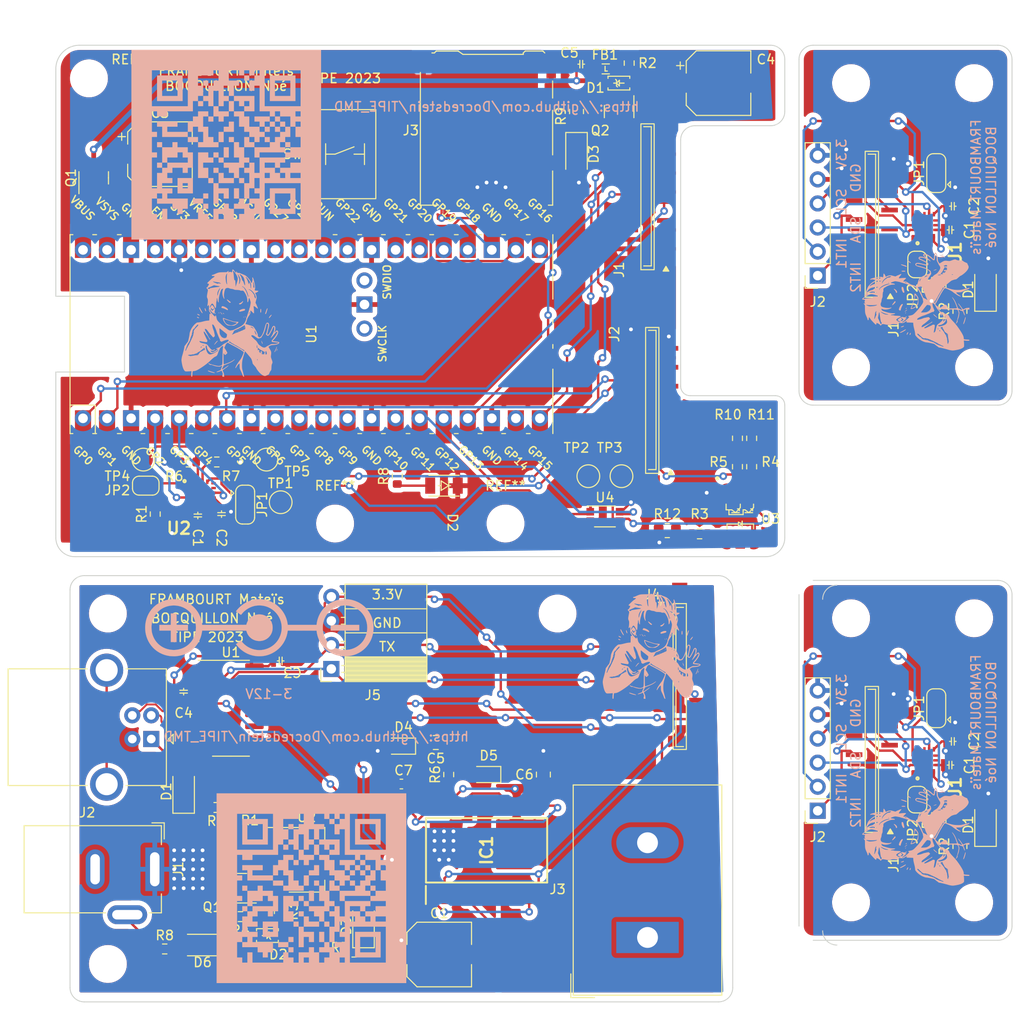
<source format=kicad_pcb>
(kicad_pcb (version 20211014) (generator pcbnew)
  (layers (0 "F.Cu" signal) (31 "B.Cu" signal) (34 "B.Paste" user) (35 "F.Paste" user) (36 "B.SilkS" user "B.Silkscreen") (37 "F.SilkS" user "F.Silkscreen") (38 "B.Mask" user) (39 "F.Mask" user) (44 "Edge.Cuts" user))
  (net 0 "")
  (footprint "Resistor_SMD:R_0805_2012Metric" (layer "F.Cu") (at 187.5875 82.75)
    (fp_text reference "R12")
    (fp_text value "30")
  )
  (footprint "Package_TO_SOT_SMD:SOT-23" (layer "F.Cu") (at 182.5 38.5 -90)
    (fp_text reference "Q2")
    (fp_text value "LP2301LT1G")
  )
  (footprint "Library:Tactile Button" (layer "F.Cu") (at 153.5 43 90)
    (fp_text reference "SW1")
    (fp_text value "RESET")
  )
  (footprint "Library:FPC 2x7 p=1mm" (layer "F.Cu") (at 188.9 89.25 -90)
    (fp_text reference "J4")
    (fp_text value "Conn_01x14_Shielded")
  )
  (footprint "Capacitor_SMD:CP_Elec_6.3x7.7" (layer "F.Cu") (at 193 35.5)
    (fp_text reference "C4")
    (fp_text value "10u")
  )
  (footprint "Diode_SMD:D_SOD-323" (layer "F.Cu") (at 159.5 105.5 180)
    (fp_text reference "D4")
    (fp_text value "D")
  )
  (footprint "Resistor_SMD:R_0603_1608Metric" (layer "F.Cu") (at 139.937258 111.9775 180)
    (fp_text reference "R2")
    (fp_text value "100")
  )
  (footprint "TestPoint:TestPoint_Pad_D2.0mm" (layer "F.Cu") (at 132.25 75.25)
    (fp_text reference "TP4")
    (fp_text value "TestPoint")
  )
  (footprint "Capacitor_SMD:CP_Elec_6.3x7.7" (layer "F.Cu") (at 163.5 127.5)
    (fp_text reference "C1")
    (fp_text value "10u")
  )
  (footprint "MountingHole:MountingHole_3mm" (layer "F.Cu") (at 220 122 90)
    (fp_text reference "REF**" hide)
    (fp_text value "MountingHole_3mm")
  )
  (footprint "Package_SO:VSSOP-8_2.3x2mm_P0.5mm" (layer "F.Cu") (at 181 81.25)
    (fp_text reference "U4")
    (fp_text value "74LVC3G17")
  )
  (footprint "Capacitor_SMD:C_0805_2012Metric" (layer "F.Cu") (at 174.5 108.5 90)
    (fp_text reference "C6")
    (fp_text value "220n")
  )
  (footprint "RPi_Pico:RPi_PicoW_SMD_TH" (layer "F.Cu") (at 150 62 90)
    (fp_text reference "U1")
    (fp_text value "PicoW")
  )
  (footprint "Resistor_SMD:R_0603_1608Metric" (layer "F.Cu") (at 142.5 123.5 180)
    (fp_text reference "R4")
    (fp_text value "1k")
  )
  (footprint "LED_SMD:LED_1206_3216Metric" (layer "F.Cu") (at 136.5 110.3 90)
    (fp_text reference "D1")
    (fp_text value "LED")
  )
  (footprint "TestPoint:TestPoint_Pad_D2.0mm" (layer "F.Cu") (at 179.25 77)
    (fp_text reference "TP2")
    (fp_text value "TestPoint")
  )
  (footprint "Library:FPC 2x7 p=1mm" (layer "F.Cu") (at 185.5 56.4 90)
    (fp_text reference "J1")
    (fp_text value "Conn_01x14_Shielded")
  )
  (footprint "LOGO" (layer "F.Cu") (at 213.5 58.5 90)
    (fp_text reference "G***" hide)
    (fp_text value "LOGO" hide)
  )
  (footprint "Library:Cap 100nf 0805" (layer "F.Cu") (at 138 80.4 -90)
    (fp_text reference "C1")
    (fp_text value "100n")
  )
  (footprint "LOGO" (layer "F.Cu") (at 186 94.5)
    (fp_text reference "G***" hide)
    (fp_text value "LOGO" hide)
  )
  (footprint "MountingHole:MountingHole_3mm" (layer "F.Cu") (at 207 122 90)
    (fp_text reference "REF**" hide)
    (fp_text value "MountingHole_3mm")
  )
  (footprint "Library:Cap 100nf 0805" (layer "F.Cu") (at 147.5 96.5 180)
    (fp_text reference "C3")
    (fp_text value "100n")
  )
  (footprint "LOGO" (layer "F.Cu") (at 150 120.5)
    (fp_text reference "G***" hide)
    (fp_text value "LOGO" hide)
  )
  (footprint "TestPoint:TestPoint_Pad_D2.0mm" (layer "F.Cu") (at 145.25 75.25)
    (fp_text reference "TP5")
    (fp_text value "TestPoint")
  )
  (footprint "Library:Vishay TCUT1350X01" (layer "F.Cu") (at 195.3 81.25 90)
    (fp_text reference "U3")
    (fp_text value "Vishay_TCUT1350X01")
  )
  (footprint "Jumper:SolderJumper-2_P1.3mm_Open_RoundedPad1.0x1.5mm" (layer "F.Cu") (at 214 111.15 -90)
    (fp_text reference "JP2")
    (fp_text value "SolderJumper_2_Open")
  )
  (footprint "Library:Cap 100nf 0805" (layer "F.Cu") (at 217 105)
    (fp_text reference "C2")
    (fp_text value "100n")
  )
  (footprint "Connector_USB:USB_B_OST_USB-B1HSxx_Horizontal" (layer "F.Cu") (at 133.0775 104.75 180)
    (fp_text reference "J2")
    (fp_text value "USB_B")
  )
  (footprint "TestPoint:TestPoint_Pad_D2.0mm" (layer "F.Cu") (at 182.75 77)
    (fp_text reference "TP3")
    (fp_text value "TestPoint")
  )
  (footprint "Resistor_SMD:R_0805_2012Metric" (layer "F.Cu") (at 218.5 59.5875 90)
    (fp_text reference "R2")
    (fp_text value "30")
  )
  (footprint "Library:UV_LED" (layer "F.Cu") (at 164 78 -90)
    (fp_text reference "D2")
    (fp_text value "LED")
  )
  (footprint "Library:SOD223" (layer "F.Cu") (at 146.5 125.5 180)
    (fp_text reference "D2")
    (fp_text value "D_Zener")
  )
  (footprint "MountingHole:MountingHole_3mm" (layer "F.Cu") (at 152.5 82)
    (fp_text reference "REF**")
    (fp_text value "MountingHole_3mm")
  )
  (footprint "Package_TO_SOT_SMD:SOT-23" (layer "F.Cu") (at 142.5 120.5 180)
    (fp_text reference "Q1")
    (fp_text value "LP2301LT1G")
  )
  (footprint "Resistor_SMD:R_0603_1608Metric" (layer "F.Cu") (at 196.5 73 90)
    (fp_text reference "R10")
    (fp_text value "1k")
  )
  (footprint "Resistor_SMD:R_0603_1608Metric" (layer "F.Cu") (at 195 73 -90)
    (fp_text reference "R11")
    (fp_text value "1k")
  )
  (footprint "Jumper:SolderJumper-2_P1.3mm_Open_RoundedPad1.0x1.5mm" (layer "F.Cu") (at 214 54.65 -90)
    (fp_text reference "JP2")
    (fp_text value "SolderJumper_2_Open")
  )
  (footprint "Connector_PinSocket_2.54mm:PinSocket_1x06_P2.54mm_Vertical" (layer "F.Cu") (at 203.475 112.325 180)
    (fp_text reference "J2")
    (fp_text value "Conn_01x06_Male")
  )
  (footprint "Resistor_SMD:R_0603_1608Metric" (layer "F.Cu") (at 164.5 108.5 90)
    (fp_text reference "R6")
    (fp_text value "100")
  )
  (footprint "Resistor_SMD:R_0603_1608Metric" (layer "F.Cu") (at 159.065 77 90)
    (fp_text reference "R8")
    (fp_text value "100")
  )
  (footprint "Resistor_SMD:R_0603_1608Metric" (layer "F.Cu") (at 191 83.0875)
    (fp_text reference "R3")
    (fp_text value "100")
  )
  (footprint "Jumper:SolderJumper-3_P1.3mm_Bridged12_RoundedPad1.0x1.5mm" (layer "F.Cu") (at 143 80 -90)
    (fp_text reference "JP1")
    (fp_text value "SolderJumper_3_Bridged12")
  )
  (footprint "Connector_PinSocket_2.54mm:PinSocket_1x04_P2.54mm_Horizontal" (layer "F.Cu") (at 152.1 97.35 180)
    (fp_text reference "J5")
    (fp_text value "UART")
  )
  (footprint "TerminalBlock_Dinkle:TerminalBlock_Dinkle_DT-55-B01X-02_P10.00mm" (layer "F.Cu") (at 185.5 125.7 90)
    (fp_text reference "J3")
    (fp_text value "Screw_Terminal_01x02")
  )
  (footprint "LED_SMD:LED_1206_3216Metric" (layer "F.Cu") (at 155.5 124.5 90)
    (fp_text reference "D3")
    (fp_text value "LED")
  )
  (footprint "Library:SOD223" (layer "F.Cu") (at 181.325 35.5)
    (fp_text reference "D1")
    (fp_text value "D_Zener")
  )
  (footprint "LOGO" (layer "F.Cu") (at 141 42)
    (fp_text reference "G***" hide)
    (fp_text value "LOGO" hide)
  )
  (footprint "Jumper:SolderJumper-3_P1.3mm_Bridged12_RoundedPad1.0x1.5mm" (layer "F.Cu") (at 216 101.5 90)
    (fp_text reference "JP1")
    (fp_text value "SolderJumper_3_Bridged12")
  )
  (footprint "Capacitor_SMD:C_0603_1608Metric" (layer "F.Cu") (at 159.5 109.5)
    (fp_text reference "C7")
    (fp_text value "5.6n")
  )
  (footprint "LED_SMD:LED_1206_3216Metric" (layer "F.Cu") (at 221.2 113.8 90)
    (fp_text reference "D1")
    (fp_text value "LED")
  )
  (footprint "Resistor_SMD:R_0603_1608Metric" (layer "F.Cu") (at 140 75.5)
    (fp_text reference "R7")
    (fp_text value "4.7k")
  )
  (footprint "Resistor_SMD:R_0603_1608Metric" (layer "F.Cu") (at 134.5 126.9125)
    (fp_text reference "R8")
    (fp_text value "1k")
  )
  (footprint "Resistor_SMD:R_0603_1608Metric" (layer "F.Cu") (at 137 75.5)
    (fp_text reference "R6")
    (fp_text value "4.7k")
  )
  (footprint "MountingHole:MountingHole_3mm" (layer "F.Cu") (at 126.5 35)
    (fp_text reference "REF**")
    (fp_text value "MountingHole_3mm")
  )
  (footprint "Resistor_SMD:R_0603_1608Metric" (layer "F.Cu") (at 159.062742 111.8475 180)
    (fp_text reference "R7")
    (fp_text value "100k")
  )
  (footprint "Capacitor_SMD:CP_Elec_6.3x7.7" (layer "F.Cu") (at 134 43)
    (fp_text reference "C3")
    (fp_text value "10u")
  )
  (footprint "MountingHole:MountingHole_3mm" (layer "F.Cu") (at 128.5 128.5)
    (fp_text reference "REF**" hide)
    (fp_text value "MountingHole_3mm")
  )
  (footprint "MountingHole:MountingHole_3mm" (layer "F.Cu") (at 207 92 90)
    (fp_text reference "REF**" hide)
    (fp_text value "MountingHole_3mm")
  )
  (footprint "Resistor_SMD:R_0805_2012Metric" (layer "F.Cu") (at 218.5 116.0875 90)
    (fp_text reference "R2")
    (fp_text value "30")
  )
  (footprint "Library:Cap 100nf 0805" (layer "F.Cu") (at 177.75 33.5)
    (fp_text reference "C5")
    (fp_text value "100n")
  )
  (footprint "Resistor_SMD:R_0603_1608Metric" (layer "F.Cu") (at 146.61 122.944516 -90)
    (fp_text reference "R3")
    (fp_text value "1k")
  )
  (footprint "Resistor_SMD:R_0603_1608Metric" (layer "F.Cu") (at 216.5 113.325 90)
    (fp_text reference "R1")
    (fp_text value "10k")
  )
  (footprint "Library:Cap 100nf 0805" (layer "F.Cu") (at 136.5 100.5 90)
    (fp_text reference "C4")
    (fp_text value "100n")
  )
  (footprint "Library:Cap 100nf 0805" (layer "F.Cu") (at 140.5 80.25 -90)
    (fp_text reference "C2")
    (fp_text value "100n")
  )
  (footprint "Package_TO_SOT_SMD:SOT-23" (layer "F.Cu") (at 127 45.5 90)
    (fp_text reference "Q1")
    (fp_text value "LP2301LT1G")
  )
  (footprint "Resistor_SMD:R_0603_1608Metric" (layer "F.Cu") (at 195 76 90)
    (fp_text reference "R5")
    (fp_text value "1k")
  )
  (footprint "Connector_Card:microSD_HC_Hirose_DM3AT-SF-PEJM5" (layer "F.Cu") (at 168.5 40.5 180)
    (fp_text reference "J3")
    (fp_text value "Micro_SD_Card_Det")
  )
  (footprint "MountingHole:MountingHole_3mm" (layer "F.Cu") (at 128.5 91.5)
    (fp_text reference "REF**" hide)
    (fp_text value "MountingHole_3mm")
  )
  (footprint "Library:Cap 100nf 0805" (layer "F.Cu") (at 216.75 107.5)
    (fp_text reference "C1")
    (fp_text value "100n")
  )
  (footprint "Library:FPC 2x7 p=1mm" (layer "F.Cu") (at 186 77.9 90)
    (fp_text reference "J2")
    (fp_text value "Conn_01x14_Shielded")
  )
  (footprint "Resistor_SMD:R_0603_1608Metric" (layer "F.Cu") (at 216.5 56.825 90)
    (fp_text reference "R1")
    (fp_text value "10k")
  )
  (footprint "MountingHole:MountingHole_3mm" (layer "F.Cu") (at 207 65.5 90)
    (fp_text reference "REF**" hide)
    (fp_text value "MountingHole_3mm")
  )
  (footprint "Resistor_SMD:R_0603_1608Metric" (layer "F.Cu") (at 183.562742 33.3875 90)
    (fp_text reference "R2")
    (fp_text value "1k")
  )
  (footprint "Connector_BarrelJack:BarrelJack_GCT_DCJ200-10-A_Horizontal" (layer "F.Cu") (at 133.45 118.5 -90)
    (fp_text reference "J1")
    (fp_text value "Barrel_Jack_Switch")
  )
  (footprint "Library:L6225DTR" (layer "F.Cu") (at 168.5 116.5 90)
    (fp_text reference "IC1")
    (fp_text value "L6225DTR" hide)
  )
  (footprint "LED_SMD:LED_1206_3216Metric" (layer "F.Cu") (at 221.2 57.3 90)
    (fp_text reference "D1")
    (fp_text value "LED")
  )
  (footprint "LED_SMD:LED_1206_3216Metric" (layer "F.Cu") (at 138.5 126.5 180)
    (fp_text reference "D6")
    (fp_text value "LED")
  )
  (footprint "TestPoint:TestPoint_Pad_D2.0mm" (layer "F.Cu") (at 146.75 79.75)
    (fp_text reference "TP1")
    (fp_text value "TestPoint")
  )
  (footprint "MountingHole:MountingHole_3mm" (layer "F.Cu") (at 176 91.5)
    (fp_text reference "REF**" hide)
    (fp_text value "MountingHole_3mm")
  )
  (footprint "Capacitor_SMD:C_0805_2012Metric" (layer "F.Cu") (at 163.136252 105.12 180)
    (fp_text reference "C5")
    (fp_text value "10n")
  )
  (footprint "Resistor_SMD:R_0603_1608Metric" (layer "F.Cu") (at 143.5 111.9125 180)
    (fp_text reference "R1")
    (fp_text value "100")
  )
  (footprint "Library:Cap 100nf 0805" (layer "F.Cu") (at 217 48.5)
    (fp_text reference "C2")
    (fp_text value "100n")
  )
  (footprint "LED_SMD:LED_1206_3216Metric" (layer "F.Cu") (at 178 43 -90)
    (fp_text reference "D3")
    (fp_text value "LED")
  )
  (footprint "Connector_PinSocket_2.54mm:PinSocket_1x06_P2.54mm_Vertical" (layer "F.Cu") (at 203.475 55.825 180)
    (fp_text reference "J2")
    (fp_text value "Conn_01x06_Male")
  )
  (footprint "Jumper:SolderJumper-2_P1.3mm_Open_RoundedPad1.0x1.5mm" (layer "F.Cu") (at 132.5 78 180)
    (fp_text reference "JP2")
    (fp_text value "SolderJumper_2_Open")
  )
  (footprint "Package_SO:SOIC-16_3.9x9.9mm_P1.27mm" (layer "F.Cu") (at 141.5 101.5)
    (fp_text reference "U1")
    (fp_text value "CH340C")
  )
  (footprint "Package_TO_SOT_SMD:SOT-223-3_TabPin2" (layer "F.Cu") (at 149.5 117.5)
    (fp_text reference "U2")
    (fp_text value "AMS1117-3.3")
  )
  (footprint "Jumper:SolderJumper-3_P1.3mm_Bridged12_RoundedPad1.0x1.5mm" (layer "F.Cu") (at 216 45 90)
    (fp_text reference "JP1")
    (fp_text value "SolderJumper_3_Bridged12")
  )
  (footprint "Resistor_SMD:R_0805_2012Metric" (layer "F.Cu") (at 154.5 128.5)
    (fp_text reference "R5")
    (fp_text value "30")
  )
  (footprint "MountingHole:MountingHole_3mm" (layer "F.Cu") (at 220 35.5 90)
    (fp_text reference "REF**" hide)
    (fp_text value "MountingHole_3mm")
  )
  (footprint "Resistor_SMD:R_0603_1608Metric" (layer "F.Cu") (at 196.5 76 90)
    (fp_text reference "R4")
    (fp_text value "1k")
  )
  (footprint "Library:FPC 2x7 p=1mm" (layer "F.Cu") (at 209.195 59.3 90)
    (fp_text reference "J1")
    (fp_text value "Conn_01x14_Shielded")
  )
  (footprint "MountingHole:MountingHole_3mm" (layer "F.Cu") (at 207 35.5 90)
    (fp_text reference "REF**" hide)
    (fp_text value "MountingHole_3mm")
  )
  (footprint "LOGO" (layer "F.Cu") (at 141.5 60.5)
    (fp_text reference "G***" hide)
    (fp_text value "LOGO" hide)
  )
  (footprint "Diode_SMD:D_SOD-323" (layer "F.Cu") (at 168.5 108.5 180)
    (fp_text reference "D5")
    (fp_text value "D")
  )
  (footprint "Library:LGA-14_2.5X3X0.86_" (layer "F.Cu") (at 215 50.5 90)
    (fp_text reference "U1")
    (fp_text value "LSM6DSRTR" hide)
  )
  (footprint "Library:Cap 100nf 0805" (layer "F.Cu") (at 216.75 51)
    (fp_text reference "C1")
    (fp_text value "100n")
  )
  (footprint "LOGO" (layer "F.Cu") (at 213.5 115 90)
    (fp_text reference "G***" hide)
    (fp_text value "LOGO" hide)
  )
  (footprint "Library:ferrite Bead" (layer "F.Cu") (at 180.5 34)
    (fp_text reference "FB1")
    (fp_text value "FerriteBead")
  )
  (footprint "MountingHole:MountingHole_3mm" (layer "F.Cu") (at 220 65.5 90)
    (fp_text reference "REF**" hide)
    (fp_text value "MountingHole_3mm")
  )
  (footprint "Library:FPC 2x7 p=1mm" (layer "F.Cu") (at 209.195 115.8 90)
    (fp_text reference "J1")
    (fp_text value "Conn_01x14_Shielded")
  )
  (footprint "Resistor_SMD:R_0603_1608Metric" (layer "F.Cu") (at 133.5 81 90)
    (fp_text reference "R1")
    (fp_text value "10k")
  )
  (footprint "Library:LGA-14_2.5X3X0.86_" (layer "F.Cu") (at 138.5 78.5)
    (fp_text reference "U2")
    (fp_text value "LSM6DSRTR" hide)
  )
  (footprint "MountingHole:MountingHole_3mm" (layer "F.Cu") (at 220 92 90)
    (fp_text reference "REF**" hide)
    (fp_text value "MountingHole_3mm")
  )
  (footprint "Resistor_SMD:R_0805_2012Metric" (layer "F.Cu") (at 178 38.5 90)
    (fp_text reference "R9")
    (fp_text value "30")
  )
  (footprint "Library:LGA-14_2.5X3X0.86_" (layer "F.Cu") (at 215 107 90)
    (fp_text reference "U1")
    (fp_text value "LSM6DSRTR" hide)
  )
  (footprint "MountingHole:MountingHole_3mm" (layer "F.Cu") (at 170.5 82)
    (fp_text reference "REF**")
    (fp_text value "MountingHole_3mm")
  )
  (footprint "Symbol:Polarity_Center_Positive_6mm_SilkScreen" (layer "B.Cu") (at 144.5 93 180)
    (fp_text reference "REF**" hide)
    (fp_text value "Polarity_Center_Positive_6mm_SilkScreen" hide)
  )
  (gr_line (start 224 89.5) (end 224 124.5) (layer "Edge.Cuts") (width 0.1))
  (gr_line (start 124.5 89) (end 124.5 131) (layer "Edge.Cuts") (width 0.1))
  (gr_line (start 200 83.5) (end 200 69.5) (layer "Edge.Cuts") (width 0.1))
  (gr_arc (start 200 83.5) (mid 199.414214 84.914214) (end 198 85.5) (layer "Edge.Cuts") (width 0.1))
  (gr_arc (start 200 38.5) (mid 199.56066 39.56066) (end 198.5 40) (layer "Edge.Cuts") (width 0.1))
  (gr_arc (start 201.5 33) (mid 201.93934 31.93934) (end 203 31.5) (layer "Edge.Cuts") (width 0.1))
  (gr_line (start 130.25 66) (end 123 66) (layer "Edge.Cuts") (width 0.1))
  (gr_line (start 125.5 31.5) (end 198.5 31.5) (layer "Edge.Cuts") (width 0.1))
  (gr_line (start 123 34) (end 123 58) (layer "Edge.Cuts") (width 0.1))
  (gr_arc (start 125 85.5) (mid 123.585786 84.914214) (end 123 83.5) (layer "Edge.Cuts") (width 0.1))
  (gr_line (start 125 85.5) (end 198 85.5) (layer "Edge.Cuts") (width 0.1))
  (gr_arc (start 224 124.5) (mid 223.56066 125.56066) (end 222.5 126) (layer "Edge.Cuts") (width 0.1))
  (gr_arc (start 222.5 31.5) (mid 223.56066 31.93934) (end 224 33) (layer "Edge.Cuts") (width 0.1))
  (gr_arc (start 203 69.5) (mid 201.93934 69.06066) (end 201.5 68) (layer "Edge.Cuts") (width 0.1))
  (gr_line (start 126 132.5) (end 193 132.5) (layer "Edge.Cuts") (width 0.1))
  (gr_line (start 201.5 124.5) (end 201.5 89.5) (layer "Edge.Cuts") (width 0.1))
  (gr_arc (start 199 68.5) (mid 199.707107 68.792893) (end 200 69.5) (layer "Edge.Cuts") (width 0.1))
  (gr_line (start 190.5 40) (end 198.5 40) (layer "Edge.Cuts") (width 0.1))
  (gr_arc (start 222.5 88) (mid 223.56066 88.43934) (end 224 89.5) (layer "Edge.Cuts") (width 0.1))
  (gr_arc (start 194.5 131) (mid 194.06066 132.06066) (end 193 132.5) (layer "Edge.Cuts") (width 0.1))
  (gr_line (start 193 87.5) (end 126 87.5) (layer "Edge.Cuts") (width 0.1))
  (gr_arc (start 193 87.5) (mid 194.06066 87.93934) (end 194.5 89) (layer "Edge.Cuts") (width 0.1))
  (gr_arc (start 126 132.5) (mid 124.93934 132.06066) (end 124.5 131) (layer "Edge.Cuts") (width 0.1))
  (gr_line (start 203 88) (end 222.5 88) (layer "Edge.Cuts") (width 0.1))
  (gr_line (start 194.5 131) (end 194.5 89) (layer "Edge.Cuts") (width 0.1))
  (gr_line (start 222.5 126) (end 203 126) (layer "Edge.Cuts") (width 0.1))
  (gr_arc (start 204 90) (mid 204.43934 88.93934) (end 205.5 88.5) (layer "Edge.Cuts") (width 0.1))
  (gr_line (start 199 68.5) (end 190 68.5) (layer "Edge.Cuts") (width 0.1))
  (gr_arc (start 123 34) (mid 123.732233 32.232233) (end 125.5 31.5) (layer "Edge.Cuts") (width 0.1))
  (gr_arc (start 205.5 126.5) (mid 204.43934 126.06066) (end 204 125) (layer "Edge.Cuts") (width 0.1))
  (gr_line (start 200 33) (end 200 38.5) (layer "Edge.Cuts") (width 0.1))
  (gr_line (start 123 58) (end 130.25 58) (layer "Edge.Cuts") (width 0.1))
  (gr_line (start 201.5 68) (end 201.5 33) (layer "Edge.Cuts") (width 0.1))
  (gr_arc (start 124.5 89) (mid 124.93934 87.93934) (end 126 87.5) (layer "Edge.Cuts") (width 0.1))
  (gr_line (start 189 67.5) (end 189 41.5) (layer "Edge.Cuts") (width 0.1))
  (gr_line (start 130.25 58) (end 130.25 66) (layer "Edge.Cuts") (width 0.1))
  (gr_arc (start 189 41.5) (mid 189.43934 40.43934) (end 190.5 40) (layer "Edge.Cuts") (width 0.1))
  (gr_line (start 224 33) (end 224 68) (layer "Edge.Cuts") (width 0.1))
  (gr_arc (start 198.5 31.5) (mid 199.56066 31.93934) (end 200 33) (layer "Edge.Cuts") (width 0.1))
  (gr_arc (start 190 68.5) (mid 189.292893 68.207107) (end 189 67.5) (layer "Edge.Cuts") (width 0.1))
  (gr_line (start 123 66) (end 123 83.5) (layer "Edge.Cuts") (width 0.1))
  (gr_line (start 222.5 69.5) (end 203 69.5) (layer "Edge.Cuts") (width 0.1))
  (gr_arc (start 224 68) (mid 223.56066 69.06066) (end 222.5 69.5) (layer "Edge.Cuts") (width 0.1))
  (gr_line (start 203 31.5) (end 222.5 31.5) (layer "Edge.Cuts") (width 0.1))
  (gr_text "https://github.com/Docredstein/TIPE_TMD" (at 168.5 38) (layer "B.SilkS") (effects (font (size 1 1)) (justify mirror)))
  (gr_text "INT2" (at 207.5 112.5 90) (layer "B.SilkS") (effects (font (size 1 1)) (justify mirror)))
  (gr_text "INT1\n" (at 206 110 90) (layer "B.SilkS") (effects (font (size 1 1)) (justify mirror)))
  (gr_text "https://github.com/Docredstein/TIPE_TMD" (at 150.5 104.5) (layer "B.SilkS") (effects (font (size 1 1)) (justify mirror)))
  (gr_text "GND" (at 207.5 102 90) (layer "B.SilkS") (effects (font (size 1 1)) (justify mirror)))
  (gr_text "3.3V\n" (at 206 43 90) (layer "B.SilkS") (effects (font (size 1 1)) (justify mirror)))
  (gr_text "SDA" (at 207.5 107.5 90) (layer "B.SilkS") (effects (font (size 1 1)) (justify mirror)))
  (gr_text "SDA" (at 207.5 51 90) (layer "B.SilkS") (effects (font (size 1 1)) (justify mirror)))
  (gr_text "3.3V\n" (at 206 99.5 90) (layer "B.SilkS") (effects (font (size 1 1)) (justify mirror)))
  (gr_text "SCL" (at 206 48 90) (layer "B.SilkS") (effects (font (size 1 1)) (justify mirror)))
  (gr_text "FRAMBOURT Mateïs\nBOCQUILLON Noé" (at 221 103 90) (layer "B.SilkS") (effects (font (size 1 1)) (justify mirror)))
  (gr_text "3-12V" (at 145.5 100) (layer "B.SilkS") (effects (font (size 1 1)) (justify mirror)))
  (gr_text "INT1\n" (at 206 53.5 90) (layer "B.SilkS") (effects (font (size 1 1)) (justify mirror)))
  (gr_text "GND" (at 207.5 45.5 90) (layer "B.SilkS") (effects (font (size 1 1)) (justify mirror)))
  (gr_text "SCL" (at 206 104.5 90) (layer "B.SilkS") (effects (font (size 1 1)) (justify mirror)))
  (gr_text "INT2" (at 207.5 56 90) (layer "B.SilkS") (effects (font (size 1 1)) (justify mirror)))
  (gr_text "FRAMBOURT Mateïs\nBOCQUILLON Noé" (at 221 46.5 90) (layer "B.SilkS") (effects (font (size 1 1)) (justify mirror)))
  (gr_text "3.3V" (at 158 89.5) (layer "F.SilkS") (effects (font (size 1 1))))
  (gr_text "TIPE 2023" (at 139 94) (layer "F.SilkS") (effects (font (size 1 1))))
  (gr_text "TIPE 2023" (at 153.5 35) (layer "F.SilkS") (effects (font (size 1 1))))
  (gr_text "FRAMBOURT Mateïs" (at 140 90) (layer "F.SilkS") (effects (font (size 1 1))))
  (gr_text "BOCQUILLON Noé" (at 139.5 92) (layer "F.SilkS") (effects (font (size 1 1))))
  (gr_text "GND" (at 158 92.5) (layer "F.SilkS") (effects (font (size 1 1))))
  (gr_text "TX" (at 158 95) (layer "F.SilkS") (effects (font (size 1 1))))
  (gr_text "FRAMBOURT Mateïs\nBOCQUILLON Noé" (at 141 35) (layer "F.SilkS") (effects (font (size 1 1))))
  (segment (start 164.086252 105.12) (end 164.086252 107.261252) (width 0.25) (layer "F.Cu") (net 0))
  (segment (start 175.5 81) (end 173 78.5) (width 0.25) (layer "F.Cu") (net 0))
  (segment (start 166.51 53.11) (end 166.51 51.626396) (width 0.25) (layer "F.Cu") (net 0))
  (segment (start 140.405 99.595) (end 142.32 97.68) (width 0.25) (layer "F.Cu") (net 0))
  (segment (start 130.55 123.3) (end 130.55 123.7875) (width 0.25) (layer "F.Cu") (net 0))
  (segment (start 214.0875 106.5) (end 213.5 106.5) (width 0.25) (layer "F.Cu") (net 0))
  (segment (start 128.3675 109.52) (end 128.3675 97.48) (width 0.25) (layer "F.Cu") (net 0))
  (segment (start 166.125 46.675) (end 163.975 46.675) (width 0.25) (layer "F.Cu") (net 0))
  (segment (start 128.41 53.11) (end 128.41 46.8975) (width 0.5) (layer "F.Cu") (net 0))
  (segment (start 134.075 81.825) (end 135.25 83) (width 0.25) (layer "F.Cu") (net 0))
  (segment (start 153.23 77) (end 148.73 72.5) (width 0.25) (layer "F.Cu") (net 0))
  (segment (start 136.5 100.5) (end 135.5 99.5) (width 0.25) (layer "F.Cu") (net 0))
  (segment (start 179.45 80.5) (end 179.45 77.2) (width 0.25) (layer "F.Cu") (net 0))
  (segment (start 181.85 81.5) (end 181.825 81.475) (width 0.25) (layer "F.Cu") (net 0))
  (segment (start 196.5 76.825) (end 196.5 79.55) (width 0.25) (layer "F.Cu") (net 0))
  (segment (start 215.25 48.75) (end 215 48.5) (width 0.25) (layer "F.Cu") (net 0))
  (segment (start 182.55 81.5) (end 181.85 81.5) (width 0.25) (layer "F.Cu") (net 0))
  (segment (start 167.925 49.575) (end 167.925 48.225) (width 0.25) (layer "F.Cu") (net 0))
  (segment (start 169.025 48.225) (end 169.025 46.525) (width 0.25) (layer "F.Cu") (net 0))
  (segment (start 211.42 105.975) (end 209.975 105.975) (width 0.25) (layer "F.Cu") (net 0))
  (segment (start 174.85 42.476778) (end 174.85 38.2) (width 0.25) (layer "F.Cu") (net 0))
  (segment (start 182.55 81.5) (end 183.5 81.5) (width 0.25) (layer "F.Cu") (net 0))
  (segment (start 216.75 107.5) (end 215.9125 107.5) (width 0.25) (layer "F.Cu") (net 0))
  (segment (start 214 109.5) (end 213.5 109) (width 0.25) (layer "F.Cu") (net 0))
  (segment (start 221.2 55.9) (end 221.2 54.3) (width 0.4) (layer "F.Cu") (net 0))
  (segment (start 134.925 80.4) (end 138 80.4) (width 0.25) (layer "F.Cu") (net 0))
  (segment (start 183.675 37.3375) (end 183.45 37.5625) (width 0.25) (layer "F.Cu") (net 0))
  (segment (start 175 60) (end 175 62.59) (width 0.25) (layer "F.Cu") (net 0))
  (segment (start 166.825 47.375) (end 166.125 46.675) (width 0.25) (layer "F.Cu") (net 0))
  (segment (start 181.7 34) (end 181.7 35.125) (width 0.25) (layer "F.Cu") (net 0))
  (segment (start 137.535 73.865) (end 138.57 72.83) (width 0.25) (layer "F.Cu") (net 0))
  (segment (start 212.1005 46.325) (end 209.87 46.325) (width 0.25) (layer "F.Cu") (net 0))
  (segment (start 177 68.02) (end 174.13 70.89) (width 0.25) (layer "F.Cu") (net 0))
  (segment (start 180.286799 68.882201) (end 180.287299 68.882701) (width 0.25) (layer "F.Cu") (net 0))
  (segment (start 218 54) (end 218.25 53.75) (width 0.25) (layer "F.Cu") (net 0))
  (segment (start 182.55 81) (end 183.7755 81) (width 0.25) (layer "F.Cu") (net 0))
  (segment (start 171.225 47.275) (end 172 46.5) (width 0.25) (layer "F.Cu") (net 0))
  (segment (start 140.825 75.5) (end 142.5 75.5) (width 0.25) (layer "F.Cu") (net 0))
  (segment (start 128.41 46.8975) (end 127.95 46.4375) (width 0.5) (layer "F.Cu") (net 0))
  (segment (start 161 112.959758) (end 159.887742 111.8475) (width 0.25) (layer "F.Cu") (net 0))
  (segment (start 212.445 50.5) (end 211.42 49.475) (width 0.25) (layer "F.Cu") (net 0))
  (segment (start 213.5 50) (end 213.5 47) (width 0.25) (layer "F.Cu") (net 0))
  (segment (start 170.405 111.788) (end 170.405 111.0955) (width 0.25) (layer "F.Cu") (net 0))
  (segment (start 206.92 106) (end 207.32 106.4) (width 0.25) (layer "F.Cu") (net 0))
  (segment (start 133.8 102.25) (end 133.0775 102.25) (width 0.2) (layer "F.Cu") (net 0))
  (segment (start 193.9 78.8) (end 191.8 78.8) (width 0.25) (layer "F.Cu") (net 0))
  (segment (start 160.8 127.5) (end 160.8 127.3) (width 0.25) (layer "F.Cu") (net 0))
  (segment (start 211.07 44.9) (end 212.1 44.9) (width 0.25) (layer "F.Cu") (net 0))
  (segment (start 143 78.7) (end 143 76) (width 0.25) (layer "F.Cu") (net 0))
  (segment (start 167.25 70.34) (end 167.25 71) (width 0.25) (layer "F.Cu") (net 0))
  (segment (start 139.5625 118.5) (end 141.5625 120.5) (width 0.4) (layer "F.Cu") (net 0))
  (segment (start 138.391397 102.135) (end 138.056397 101.8) (width 0.2) (layer "F.Cu") (net 0))
  (segment (start 142.32 97.68) (end 149.23 97.68) (width 0.25) (layer "F.Cu") (net 0))
  (segment (start 155.5 108) (end 155 107.5) (width 0.25) (layer "F.Cu") (net 0))
  (segment (start 163.75 49.75) (end 163.75 48.65) (width 0.25) (layer "F.Cu") (net 0))
  (segment (start 215.5 45) (end 216 45) (width 0.25) (layer "F.Cu") (net 0))
  (segment (start 159.73 89.73) (end 162.73 89.73) (width 0.25) (layer "F.Cu") (net 0))
  (segment (start 130.55 123.7875) (end 133.675 126.9125) (width 0.25) (layer "F.Cu") (net 0))
  (segment (start 166.825 48.225) (end 166.825 47.375) (width 0.25) (layer "F.Cu") (net 0))
  (segment (start 154 78) (end 151.69 78) (width 0.25) (layer "F.Cu") (net 0))
  (segment (start 164.086252 107.261252) (end 164.5 107.675) (width 0.25) (layer "F.Cu") (net 0))
  (segment (start 216.2 46.5) (end 218 46.5) (width 0.25) (layer "F.Cu") (net 0))
  (segment (start 221.2 54.3) (end 221.5 54) (width 0.4) (layer "F.Cu") (net 0))
  (segment (start 157.5 105.5) (end 157 106) (width 0.25) (layer "F.Cu") (net 0))
  (segment (start 206 53.3) (end 203.475 55.825) (width 0.25) (layer "F.Cu") (net 0))
  (segment (start 190.175 83.0875) (end 188.8375 83.0875) (width 0.25) (layer "F.Cu") (net 0))
  (segment (start 163.75 48.65) (end 164.175 48.225) (width 0.25) (layer "F.Cu") (net 0))
  (segment (start 141 80.25) (end 141.5 80.75) (width 0.25) (layer "F.Cu") (net 0))
  (segment (start 182.925 65.7) (end 182.925 66.881396) (width 0.25) (layer "F.Cu") (net 0))
  (segment (start 132.25 75.25) (end 133.635 73.865) (width 0.25) (layer "F.Cu") (net 0))
  (segment (start 161.806252 105.5) (end 162.186252 105.12) (width 0.25) (layer "F.Cu") (net 0))
  (segment (start 139.025 98.325) (end 140.650402 98.325) (width 0.25) (layer "F.Cu") (net 0))
  (segment (start 160.15 43.35) (end 173.976778 43.35) (width 0.25) (layer "F.Cu") (net 0))
  (segment (start 216 54) (end 218 54) (width 0.25) (layer "F.Cu") (net 0))
  (segment (start 215.75 51.6625) (end 215.75 52.25) (width 0.25) (layer "F.Cu") (net 0))
  (segment (start 179.562299 48.312299) (end 179.562299 57.687701) (width 0.25) (layer "F.Cu") (net 0))
  (segment (start 168.993178 46.493178) (end 167.526314 46.493178) (width 0.25) (layer "F.Cu") (net 0))
  (segment (start 168.5 94) (end 170 95.5) (width 0.25) (layer "F.Cu") (net 0))
  (segment (start 212.810975 51.438567) (end 213.249542 51) (width 0.25) (layer "F.Cu") (net 0))
  (segment (start 162.785 54.285) (end 170.415 54.285) (width 0.25) (layer "F.Cu") (net 0))
  (segment (start 179.45 81) (end 175.5 81) (width 0.25) (layer "F.Cu") (net 0))
  (segment (start 172.955 73.865) (end 171.59 72.5) (width 0.25) (layer "F.Cu") (net 0))
  (segment (start 215.25 53.25) (end 216 54) (width 0.25) (layer "F.Cu") (net 0))
  (segment (start 144.15 125.5) (end 144.15 124.325) (width 0.25) (layer "F.Cu") (net 0))
  (segment (start 182.85 44) (end 175.305 51.545) (width 0.25) (layer "F.Cu") (net 0))
  (segment (start 157.5 111.109758) (end 158.237742 111.8475) (width 0.25) (layer "F.Cu") (net 0))
  (segment (start 187.875 65.5) (end 186.043604 67.331396) (width 0.25) (layer "F.Cu") (net 0))
  (segment (start 170.405 111.0955) (end 169.81 110.5005) (width 0.25) (layer "F.Cu") (net 0))
  (segment (start 214 54) (end 214.5 54) (width 0.25) (layer "F.Cu") (net 0))
  (segment (start 135.5 99.5) (end 135.5 98) (width 0.25) (layer "F.Cu") (net 0))
  (segment (start 173.3 46.5) (end 174.375 47.575) (width 0.25) (layer "F.Cu") (net 0))
  (segment (start 162 49) (end 162.605 49.605) (width 0.25) (layer "F.Cu") (net 0))
  (segment (start 152.65 117.5) (end 152.65 110.15) (width 0.25) (layer "F.Cu") (net 0))
  (segment (start 182.068745 68.5) (end 173.293245 77.2755) (width 0.25) (layer "F.Cu") (net 0))
  (segment (start 151.405 91.095) (end 151.405 90.425) (width 0.25) (layer "F.Cu") (net 0))
  (segment (start 169.5 46.05) (end 169.5 46) (width 0.25) (layer "F.Cu") (net 0))
  (segment (start 143 80) (end 146.5 80) (width 0.25) (layer "F.Cu") (net 0))
  (segment (start 183.675 35.5) (end 183.675 34.324758) (width 0.25) (layer "F.Cu") (net 0))
  (segment (start 180.287299 68.882701) (end 175.305 73.865) (width 0.25) (layer "F.Cu") (net 0))
  (segment (start 163.975 46.675) (end 162 48.65) (width 0.25) (layer "F.Cu") (net 0))
  (segment (start 214.75 51.6625) (end 214.75 52.75) (width 0.25) (layer "F.Cu") (net 0))
  (segment (start 138.5 77.5875) (end 138.5 76.175) (width 0.25) (layer "F.Cu") (net 0))
  (segment (start 138.013604 102.735) (end 137.75 102.471396) (width 0.2) (layer "F.Cu") (net 0))
  (segment (start 162 48.65) (end 162 49) (width 0.25) (layer "F.Cu") (net 0))
  (segment (start 207.32 43.9) (end 207.32 43.32) (width 0.25) (layer "F.Cu") (net 0))
  (segment (start 179.65 103.65) (end 179.5 103.5) (width 0.25) (layer "F.Cu") (net 0))
  (segment (start 174.5 107.55) (end 174.5 106) (width 0.25) (layer "F.Cu") (net 0))
  (segment (start 172.325 48.225) (end 172.325 49.575) (width 0.25) (layer "F.Cu") (net 0))
  (segment (start 206 109.8) (end 203.475 112.325) (width 0.25) (layer "F.Cu") (net 0))
  (segment (start 186.375 41) (end 187.375 42) (width 0.25) (layer "F.Cu") (net 0))
  (segment (start 153.4 98.65) (end 162.85 98.65) (width 0.25) (layer "F.Cu") (net 0))
  (segment (start 182.5 45) (end 180.287299 47.212701) (width 0.25) (layer "F.Cu") (net 0))
  (segment (start 159.24 78) (end 162.545 78) (width 0.25) (layer "F.Cu") (net 0))
  (segment (start 152.65 117.5) (end 152.65 120.25) (width 0.25) (layer "F.Cu") (net 0))
  (segment (start 140.400402 78.75) (end 140.700201 79.049799) (width 0.25) (layer "F.Cu") (net 0))
  (segment (start 181.825 81.475) (end 181.825 77.925) (width 0.25) (layer "F.Cu") (net 0))
  (segment (start 179.25 35.25) (end 180.5 34) (width 0.5) (layer "F.Cu") (net 0))
  (segment (start 182.925 66.881396) (end 181.143195 66.881396) (width 0.25) (layer "F.Cu") (net 0))
  (segment (start 217 105) (end 216.5875 105) (width 0.25) (layer "F.Cu") (net 0))
  (segment (start 205.78 45.9) (end 203.475 48.205) (width 0.25) (layer "F.Cu") (net 0))
  (segment (start 190.3 35.5) (end 188.2875 33.4875) (width 0.25) (layer "F.Cu") (net 0))
  (segment (start 207.32 99.82) (end 206.5 99) (width 0.25) (layer "F.Cu") (net 0))
  (segment (start 173.976778 43.35) (end 174.85 42.476778) (width 0.25) (layer "F.Cu") (net 0))
  (segment (start 138.355 102.735) (end 138.013604 102.735) (width 0.2) (layer "F.Cu") (net 0))
  (segment (start 133.5 81.825) (end 134.075 81.825) (width 0.25) (layer "F.Cu") (net 0))
  (segment (start 162.785 121.212) (end 162.212 121.212) (width 0.25) (layer "F.Cu") (net 0))
  (segment (start 213.5 103.5) (end 215.5 101.5) (width 0.25) (layer "F.Cu") (net 0))
  (segment (start 169.2705 124.5) (end 171 124.5) (width 0.25) (layer "F.Cu") (net 0))
  (segment (start 181.825 77.925) (end 182.75 77) (width 0.25) (layer "F.Cu") (net 0))
  (segment (start 151.5 52.88) (end 151.27 53.11) (width 0.25) (layer "F.Cu") (net 0))
  (segment (start 156.85 101.65) (end 157.5 101) (width 0.25) (layer "F.Cu") (net 0))
  (segment (start 193.2875 83.0875) (end 193.9 83.7) (width 0.25) (layer "F.Cu") (net 0))
  (segment (start 144.15 124.325) (end 143.325 123.5) (width 0.25) (layer "F.Cu") (net 0))
  (segment (start 217 48.5) (end 216.5875 48.5) (width 0.25) (layer "F.Cu") (net 0))
  (segment (start 211.07 101.4) (end 212.1 101.4) (width 0.25) (layer "F.Cu") (net 0))
  (segment (start 217 105) (end 217 106) (width 0.25) (layer "F.Cu") (net 0))
  (segment (start 165.72 49.75) (end 167.75 49.75) (width 0.25) (layer "F.Cu") (net 0))
  (segment (start 163.97 53.11) (end 163.97 51.5) (width 0.25) (layer "F.Cu") (net 0))
  (segment (start 139 79.4125) (end 139 80.25) (width 0.25) (layer "F.Cu") (net 0))
  (segment (start 169.81 110.5005) (end 166.9995 110.5005) (width 0.25) (layer "F.Cu") (net 0))
  (segment (start 213.5 52.5) (end 213.5 51.6625) (width 0.25) (layer "F.Cu") (net 0))
  (segment (start 139 77.5875) (end 139.3375 77.25) (width 0.25) (layer "F.Cu") (net 0))
  (segment (start 182.5 39.875) (end 183.625 41) (width 0.25) (layer "F.Cu") (net 0))
  (segment (start 143.975 97.055) (end 145.445 97.055) (width 0.25) (layer "F.Cu") (net 0))
  (segment (start 215.25 105.8375) (end 215.25 105.25) (width 0.25) (layer "F.Cu") (net 0))
  (segment (start 140.5 77.25) (end 140.5 77.825) (width 0.25) (layer "F.Cu") (net 0))
  (segment (start 206 49.5) (end 206 53.3) (width 0.25) (layer "F.Cu") (net 0))
  (segment (start 179.45 77.2) (end 179.25 77) (width 0.25) (layer "F.Cu") (net 0))
  (segment (start 214 110.5) (end 214.5 110.5) (width 0.25) (layer "F.Cu") (net 0))
  (segment (start 143 76) (end 142.5 75.5) (width 0.25) (layer "F.Cu") (net 0))
  (segment (start 216 102.8) (end 216.2 103) (width 0.25) (layer "F.Cu") (net 0))
  (segment (start 180.75 64.5) (end 180.286799 64.963201) (width 0.25) (layer "F.Cu") (net 0))
  (segment (start 155.5 128.4125) (end 155.4125 128.5) (width 0.25) (layer "F.Cu") (net 0))
  (segment (start 132.601154 101.1) (end 131.901154 101.8) (width 0.2) (layer "F.Cu") (net 0))
  (segment (start 187.875 67.5) (end 186.3 69.075) (width 0.25) (layer "F.Cu") (net 0))
  (segment (start 137.75 102.471396) (end 137.75 102.25) (width 0.2) (layer "F.Cu") (net 0))
  (segment (start 168.5 101) (end 169.15 101.65) (width 0.25) (layer "F.Cu") (net 0))
  (segment (start 190.125 108.375) (end 190.775 107.725) (width 0.25) (layer "F.Cu") (net 0))
  (segment (start 214.5 54) (end 216.5 56) (width 0.25) (layer "F.Cu") (net 0))
  (segment (start 133.553846 101.1) (end 132.601154 101.1) (width 0.2) (layer "F.Cu") (net 0))
  (segment (start 216 46.3) (end 216.2 46.5) (width 0.25) (layer "F.Cu") (net 0))
  (segment (start 172 46.5) (end 173.3 46.5) (width 0.25) (layer "F.Cu") (net 0))
  (segment (start 139.16 101) (end 139.025 100.865) (width 0.25) (layer "F.Cu") (net 0))
  (segment (start 215.75 108.75) (end 216.5 109.5) (width 0.25) (layer "F.Cu") (net 0))
  (segment (start 134.253846 101.8) (end 133.553846 101.1) (width 0.2) (layer "F.Cu") (net 0))
  (segment (start 165.325 110.675) (end 165.325 111.788) (width 0.25) (layer "F.Cu") (net 0))
  (segment (start 184.125 64.5) (end 182.925 65.7) (width 0.25) (layer "F.Cu") (net 0))
  (segment (start 159.887742 111.8475) (end 159.887742 109.887258) (width 0.25) (layer "F.Cu") (net 0))
  (segment (start 166.595 110.905) (end 166.595 111.788) (width 0.25) (layer "F.Cu") (net 0))
  (segment (start 187.25 48.125) (end 187.375 48) (width 0.25) (layer "F.Cu") (net 0))
  (segment (start 207.32 100.4) (end 207.32 99.82) (width 0.25) (layer "F.Cu") (net 0))
  (segment (start 136.5 111.7) (end 138.834758 111.7) (width 0.25) (layer "F.Cu") (net 0))
  (segment (start 145.25 75.25) (end 143.835787 75.25) (width 0.25) (layer "F.Cu") (net 0))
  (segment (start 207.32 102.4) (end 205.78 102.4) (width 0.25) (layer "F.Cu") (net 0))
  (segment (start 140.762258 111.9775) (end 142.61 111.9775) (width 0.25) (layer "F.Cu") (net 0))
  (segment (start 206 106) (end 206.92 106) (width 0.25) (layer "F.Cu") (net 0))
  (segment (start 136.5 100.5) (end 138.66 100.5) (width 0.25) (layer "F.Cu") (net 0))
  (segment (start 169.05 51.5) (end 169.05 53.11) (width 0.25) (layer "F.Cu") (net 0))
  (segment (start 190.5 100.375) (end 190.775 100.65) (width 0.25) (layer "F.Cu") (net 0))
  (segment (start 143.325 123.5) (end 143.325 121.5625) (width 0.25) (layer "F.Cu") (net 0))
  (segment (start 206.92 49.5) (end 207.32 49.9) (width 0.25) (layer "F.Cu") (net 0))
  (segment (start 183.5 81.5) (end 184 82) (width 0.25) (layer "F.Cu") (net 0))
  (segment (start 138.15 81.75) (end 138 81.9) (width 0.25) (layer "F.Cu") (net 0))
  (segment (start 216.35 57.65) (end 215.5 58.5) (width 0.25) (layer "F.Cu") (net 0))
  (segment (start 137.1 126.5) (end 135.7375 126.5) (width 0.25) (layer "F.Cu") (net 0))
  (segment (start 216.75 51) (end 215.9125 51) (width 0.25) (layer "F.Cu") (net 0))
  (segment (start 211.07 100.43) (end 211.5 100) (width 0.25) (layer "F.Cu") (net 0))
  (segment (start 137.3375 79.25) (end 135.75 79.25) (width 0.25) (layer "F.Cu") (net 0))
  (segment (start 175.788 111.788) (end 176 112) (width 0.25) (layer "F.Cu") (net 0))
  (segment (start 181.75 47.25) (end 183.375 47.25) (width 0.25) (layer "F.Cu") (net 0))
  (segment (start 169.15 101.65) (end 187.025 101.65) (width 0.25) (layer "F.Cu") (net 0))
  (segment (start 213.5 109) (end 213.5 108.1625) (width 0.25) (layer "F.Cu") (net 0))
  (segment (start 215.25 49.3375) (end 215.25 48.75) (width 0.25) (layer "F.Cu") (net 0))
  (segment (start 215.75 52.25) (end 216.5 53) (width 0.25) (layer "F.Cu") (net 0))
  (segment (start 140.650402 98.325) (end 141.487701 97.487701) (width 0.25) (layer "F.Cu") (net 0))
  (segment (start 190.775 107.725) (end 190.775 104.65) (width 0.25) (layer "F.Cu") (net 0))
  (segment (start 208.52 48.02) (end 208.52 47.1) (width 0.25) (layer "F.Cu") (net 0))
  (segment (start 175.305 51.545) (end 175.305 55.305) (width 0.25) (layer "F.Cu") (net 0))
  (segment (start 157.85 102.65) (end 158 102.5) (width 0.25) (layer "F.Cu") (net 0))
  (segment (start 138.5875 79) (end 139 79.4125) (width 0.25) (layer "F.Cu") (net 0))
  (segment (start 205.78 102.4) (end 203.475 104.705) (width 0.25) (layer "F.Cu") (net 0))
  (segment (start 186.645 97.65) (end 187.025 97.65) (width 0.25) (layer "F.Cu") (net 0))
  (segment (start 212 96) (end 203 96) (width 0.25) (layer "F.Cu") (net 0))
  (segment (start 139.3375 77.25) (end 140.5 77.25) (width 0.25) (layer "F.Cu") (net 0))
  (segment (start 135.95 102.55) (end 135.95 102.818623) (width 0.2) (layer "F.Cu") (net 0))
  (segment (start 215.25 108.1625) (end 215.25 109.75) (width 0.25) (layer "F.Cu") (net 0))
  (segment (start 186.65 102.65) (end 190.775 102.65) (width 0.25) (layer "F.Cu") (net 0))
  (segment (start 175.305 55.305) (end 175.5 55.5) (width 0.25) (layer "F.Cu") (net 0))
  (segment (start 131.3 43) (end 131.3 43.0875) (width 0.25) (layer "F.Cu") (net 0))
  (segment (start 212.7755 48.6055) (end 211.07 46.9) (width 0.25) (layer "F.Cu") (net 0))
  (segment (start 161.43 49.43) (end 157.75 45.75) (width 0.25) (layer "F.Cu") (net 0))
  (segment (start 213.5 47) (end 215.5 45) (width 0.25) (layer "F.Cu") (net 0))
  (segment (start 180.286799 64.963201) (end 180.286799 68.882201) (width 0.25) (layer "F.Cu") (net 0))
  (segment (start 179.15 98.65) (end 190.775 98.65) (width 0.25) (layer "F.Cu") (net 0))
  (segment (start 166.62 71) (end 166.51 70.89) (width 0.25) (layer "F.Cu") (net 0))
  (segment (start 177.8625 37.725) (end 178 37.5875) (width 0.25) (layer "F.Cu") (net 0))
  (segment (start 131.3 43.0875) (end 127.95 46.4375) (width 0.5) (layer "F.Cu") (net 0))
  (segment (start 159.065 76.175) (end 158.89 76) (width 0.25) (layer "F.Cu") (net 0))
  (segment (start 146.35 121.859516) (end 146.61 122.119516) (width 0.25) (layer "F.Cu") (net 0))
  (segment (start 171.59 72.5) (end 171.59 70.89) (width 0.25) (layer "F.Cu") (net 0))
  (segment (start 125.87 46.6175) (end 126.05 46.4375) (width 0.25) (layer "F.Cu") (net 0))
  (segment (start 162.605 54.105) (end 162.785 54.285) (width 0.25) (layer "F.Cu") (net 0))
  (segment (start 196.7 77.025) (end 196.5 76.825) (width 0.25) (layer "F.Cu") (net 0))
  (segment (start 205.5 49.5) (end 206 49.5) (width 0.25) (layer "F.Cu") (net 0))
  (segment (start 182.2125 33.4875) (end 181.7 34) (width 0.25) (layer "F.Cu") (net 0))
  (segment (start 135.303962 101.403961) (end 135.1 101.403961) (width 0.2) (layer "F.Cu") (net 0))
  (segment (start 172.945 111.005) (end 172.945 111.788) (width 0.25) (layer "F.Cu") (net 0))
  (segment (start 213.5 108.1625) (end 214.25 108.1625) (width 0.25) (layer "F.Cu") (net 0))
  (segment (start 145.445 97.055) (end 146 96.5) (width 0.25) (layer "F.Cu") (net 0))
  (segment (start 134.75 102.55) (end 134.75 102.818623) (width 0.2) (layer "F.Cu") (net 0))
  (segment (start 181.143195 66.881396) (end 181.011799 66.75) (width 0.25) (layer "F.Cu") (net 0))
  (segment (start 208.52 103.6) (end 207.32 102.4) (width 0.25) (layer "F.Cu") (net 0))
  (segment (start 207.32 43.9) (end 206.6 43.9) (width 0.25) (layer "F.Cu") (net 0))
  (segment (start 142.92 96) (end 143.975 97.055) (width 0.25) (layer "F.Cu") (net 0))
  (segment (start 146.35 119.8) (end 146.35 121.859516) (width 0.25) (layer "F.Cu") (net 0))
  (segment (start 195 75.175) (end 195 73.825) (width 0.25) (layer "F.Cu") (net 0))
  (segment (start 127.75 69.01) (end 127.75 67.75) (width 0.25) (layer "F.Cu") (net 0))
  (segment (start 146.19 72.5) (end 146.19 70.89) (width 0.25) (layer "F.Cu") (net 0))
  (segment (start 187.875 63.5) (end 187.875 62.375) (width 0.25) (layer "F.Cu") (net 0))
  (segment (start 178 35.25) (end 179.25 35.25) (width 0.5) (layer "F.Cu") (net 0))
  (segment (start 179.5 78.376167) (end 179.5 80.525) (width 0.25) (layer "F.Cu") (net 0))
  (segment (start 183.995 95) (end 186.645 97.65) (width 0.25) (layer "F.Cu") (net 0))
  (segment (start 191.825 83.0875) (end 193.2875 83.0875) (width 0.25) (layer "F.Cu") (net 0))
  (segment (start 186.043604 67.331396) (end 181.930403 67.331396) (width 0.25) (layer "F.Cu") (net 0))
  (segment (start 169.85 49.15) (end 170.125 48.875) (width 0.25) (layer "F.Cu") (net 0))
  (segment (start 138.056397 101.8) (end 135.7 101.8) (width 0.2) (layer "F.Cu") (net 0))
  (segment (start 205.5 106) (end 206 106) (width 0.25) (layer "F.Cu") (net 0))
  (segment (start 141.11 72.524213) (end 141.11 70.89) (width 0.25) (layer "F.Cu") (net 0))
  (segment (start 134.15 102.818623) (end 134.15 102.55) (width 0.2) (layer "F.Cu") (net 0))
  (segment (start 182.55 80.5) (end 183 80.5) (width 0.25) (layer "F.Cu") (net 0))
  (segment (start 216 110.5) (end 218 110.5) (width 0.25) (layer "F.Cu") (net 0))
  (segment (start 214 53) (end 213.5 52.5) (width 0.25) (layer "F.Cu") (net 0))
  (segment (start 164.055 109.77) (end 164.5 109.325) (width 0.25) (layer "F.Cu") (net 0))
  (segment (start 173 123) (end 173 121.267) (width 0.25) (layer "F.Cu") (net 0))
  (segment (start 186.5 102.5) (end 186.65 102.65) (width 0.25) (layer "F.Cu") (net 0))
  (segment (start 161 113.5) (end 161 112.959758) (width 0.25) (layer "F.Cu") (net 0))
  (segment (start 166.595 121.212) (end 166.595 121.8245) (width 0.25) (layer "F.Cu") (net 0))
  (segment (start 137.5 96) (end 138.433249 96) (width 0.25) (layer "F.Cu") (net 0))
  (segment (start 138.57 72.83) (end 138.57 70.89) (width 0.25) (layer "F.Cu") (net 0))
  (segment (start 184.125 68.5) (end 182.068745 68.5) (width 0.25) (layer "F.Cu") (net 0))
  (segment (start 157.75 45.75) (end 160.15 43.35) (width 0.25) (layer "F.Cu") (net 0))
  (segment (start 137.3375 78.75) (end 137.3375 78.25) (width 0.25) (layer "F.Cu") (net 0))
  (segment (start 187.025 107.625) (end 187.775 108.375) (width 0.25) (layer "F.Cu") (net 0))
  (segment (start 133.85 102.25) (end 133.8 102.25) (width 0.2) (layer "F.Cu") (net 0))
  (segment (start 143.325 121.5625) (end 143.4375 121.45) (width 0.25) (layer "F.Cu") (net 0))
  (segment (start 206.6 100.4) (end 206 101) (width 0.25) (layer "F.Cu") (net 0))
  (segment (start 179.5 57.75) (end 179.5 58) (width 0.25) (layer "F.Cu") (net 0))
  (segment (start 165.07 104.07) (end 167.45 106.45) (width 0.25) (layer "F.Cu") (net 0))
  (segment (start 162.605 49.605) (end 162.605 54.105) (width 0.25) (layer "F.Cu") (net 0))
  (segment (start 142.61 111.9775) (end 142.675 111.9125) (width 0.25) (layer "F.Cu") (net 0))
  (segment (start 221.175 115.175) (end 221.2 115.2) (width 0.25) (layer "F.Cu") (net 0))
  (segment (start 188.8375 83.0875) (end 188.5 82.75) (width 0.25) (layer "F.Cu") (net 0))
  (segment (start 162.186252 105.12) (end 163.236252 104.07) (width 0.25) (layer "F.Cu") (net 0))
  (segment (start 211.07 44.9) (end 211.07 43.93) (width 0.25) (layer "F.Cu") (net 0))
  (segment (start 170 95.5) (end 170 100) (width 0.25) (layer "F.Cu") (net 0))
  (segment (start 139.025 99.595) (end 140.405 99.595) (width 0.25) (layer "F.Cu") (net 0))
  (segment (start 167.45 106.45) (end 167.45 108.5) (width 0.25) (layer "F.Cu") (net 0))
  (segment (start 138.433249 96) (end 142.92 96) (width 0.25) (layer "F.Cu") (net 0))
  (segment (start 139.6625 78.75) (end 140.400402 78.75) (width 0.25) (layer "F.Cu") (net 0))
  (segment (start 181.325 35.5) (end 181.325 37.3375) (width 0.25) (layer "F.Cu") (net 0))
  (segment (start 137.3375 77.75) (end 133.4 77.75) (width 0.25) (layer "F.Cu") (net 0))
  (segment (start 161.073 113.5) (end 162.785 111.788) (width 0.25) (layer "F.Cu") (net 0))
  (segment (start 214.5 110.5) (end 216.5 112.5) (width 0.25) (layer "F.Cu") (net 0))
  (segment (start 138.5 79) (end 138.5 79.4125) (width 0.25) (layer "F.Cu") (net 0))
  (segment (start 143.6875 119.8) (end 146.35 119.8) (width 0.25) (layer "F.Cu") (net 0))
  (segment (start 178 41.6) (end 178 39.4125) (width 0.25) (layer "F.Cu") (net 0))
  (segment (start 172.325 49.575) (end 174.13 51.38) (width 0.25) (layer "F.Cu") (net 0))
  (segment (start 216.75 107.5) (end 216.75 108.25) (width 0.25) (layer "F.Cu") (net 0))
  (segment (start 188.2875 33.4875) (end 182.2125 33.4875) (width 0.25) (layer "F.Cu") (net 0))
  (segment (start 186.225 75.675) (end 182.201167 75.675) (width 0.25) (layer "F.Cu") (net 0))
  (segment (start 166.51 51.626396) (end 168.986396 49.15) (width 0.25) (layer "F.Cu") (net 0))
  (segment (start 138.5 79) (end 138.5875 79) (width 0.25) (layer "F.Cu") (net 0))
  (segment (start 158.89 76) (end 158.89 70.89) (width 0.25) (layer "F.Cu") (net 0))
  (segment (start 138.25 78.75) (end 138.5 79) (width 0.25) (layer "F.Cu") (net 0))
  (segment (start 151.405 90.425) (end 152.1 89.73) (width 0.25) (layer "F.Cu") (net 0))
  (segment (start 183.7755 81) (end 184 80.7755) (width 0.25) (layer "F.Cu") (net 0))
  (segment (start 159.887742 109.887258) (end 160.275 109.5) (width 0.25) (layer "F.Cu") (net 0))
  (segment (start 171.225 48.225) (end 171.225 49.325) (width 0.25) (layer "F.Cu") (net 0))
  (segment (start 162.785 121.785) (end 164 123) (width 0.25) (layer "F.Cu") (net 0))
  (segment (start 215.25 51.6625) (end 214.75 51.6625) (width 0.25) (layer "F.Cu") (net 0))
  (segment (start 162.31 94.81) (end 162.5 95) (width 0.25) (layer "F.Cu") (net 0))
  (segment (start 215.5 101.5) (end 216 101.5) (width 0.25) (layer "F.Cu") (net 0))
  (segment (start 187.25 49) (end 187.25 48.125) (width 0.25) (layer "F.Cu") (net 0))
  (segment (start 141.925 79.25) (end 141.925 79.675) (width 0.25) (layer "F.Cu") (net 0))
  (segment (start 143.4375 119.55) (end 143.6875 119.8) (width 0.25) (layer "F.Cu") (net 0))
  (segment (start 138.5 76.175) (end 139.175 75.5) (width 0.25) (layer "F.Cu") (net 0))
  (segment (start 183.675 34.324758) (end 183.562742 34.2125) (width 0.25) (layer "F.Cu") (net 0))
  (segment (start 133.635 73.865) (end 137.535 73.865) (width 0.25) (layer "F.Cu") (net 0))
  (segment (start 169.025 46.525) (end 168.993178 46.493178) (width 0.25) (layer "F.Cu") (net 0))
  (segment (start 164.055 121.212) (end 164.055 119.445) (width 0.25) (layer "F.Cu") (net 0))
  (segment (start 191.8 78.8) (end 191.75 78.75) (width 0.25) (layer "F.Cu") (net 0))
  (segment (start 131.5275 101.8) (end 131.0775 102.25) (width 0.2) (layer "F.Cu") (net 0))
  (segment (start 187.025 103.65) (end 179.65 103.65) (width 0.25) (layer "F.Cu") (net 0))
  (segment (start 212.7755 105.1055) (end 211.07 103.4) (width 0.25) (layer "F.Cu") (net 0))
  (segment (start 213.249542 51) (end 214.0875 51) (width 0.25) (layer "F.Cu") (net 0))
  (segment (start 218.25 53.75) (end 218.25 51) (width 0.25) (layer "F.Cu") (net 0))
  (segment (start 212.7755 49) (end 212.7755 48.6055) (width 0.25) (layer "F.Cu") (net 0))
  (segment (start 213.249542 107.5) (end 214.0875 107.5) (width 0.25) (layer "F.Cu") (net 0))
  (segment (start 162.212 121.212) (end 158.5 117.5) (width 0.25) (layer "F.Cu") (net 0))
  (segment (start 216.5875 105) (end 215.75 105.8375) (width 0.25) (layer "F.Cu") (net 0))
  (segment (start 179 98.5) (end 179.15 98.65) (width 0.25) (layer "F.Cu") (net 0))
  (segment (start 136.5 108.1725) (end 136.5 108.9) (width 0.25) (layer "F.Cu") (net 0))
  (segment (start 221.175 58.675) (end 221.2 58.7) (width 0.25) (layer "F.Cu") (net 0))
  (segment (start 174.67 62.92) (end 167.25 70.34) (width 0.25) (layer "F.Cu") (net 0))
  (segment (start 214.75 109.25) (end 215.25 109.75) (width 0.25) (layer "F.Cu") (net 0))
  (segment (start 170.125 48.875) (end 170.125 48.225) (width 0.25) (layer "F.Cu") (net 0))
  (segment (start 166.9995 110.5005) (end 166.595 110.905) (width 0.25) (layer "F.Cu") (net 0))
  (segment (start 215.25 108.1625) (end 214.75 108.1625) (width 0.25) (layer "F.Cu") (net 0))
  (segment (start 207.32 45.9) (end 205.78 45.9) (width 0.25) (layer "F.Cu") (net 0))
  (segment (start 158 102.5) (end 161.5 102.5) (width 0.25) (layer "F.Cu") (net 0))
  (segment (start 158.45 105.5) (end 157.5 105.5) (width 0.25) (layer "F.Cu") (net 0))
  (segment (start 196.7 78.8) (end 196.7 80.2) (width 0.25) (layer "F.Cu") (net 0))
  (segment (start 171.225 49.325) (end 169.05 51.5) (width 0.25) (layer "F.Cu") (net 0))
  (segment (start 209.87 104.2) (end 211.07 105.4) (width 0.25) (layer "F.Cu") (net 0))
  (segment (start 209.87 46.325) (end 209.87 47.7) (width 0.25) (layer "F.Cu") (net 0))
  (segment (start 166 110) (end 165.325 110.675) (width 0.25) (layer "F.Cu") (net 0))
  (segment (start 216.5 57.65) (end 216.35 57.65) (width 0.25) (layer "F.Cu") (net 0))
  (segment (start 183.625 45) (end 182.5 45) (width 0.25) (layer "F.Cu") (net 0))
  (segment (start 146.5 80) (end 146.75 79.75) (width 0.25) (layer "F.Cu") (net 0))
  (segment (start 186.3 69.075) (end 182.925 69.075) (width 0.25) (layer "F.Cu") (net 0))
  (segment (start 212.7755 103.5) (end 212.1005 102.825) (width 0.25) (layer "F.Cu") (net 0))
  (segment (start 131.901154 101.8) (end 131.5275 101.8) (width 0.2) (layer "F.Cu") (net 0))
  (segment (start 169.05 46.5) (end 170.5 46.5) (width 0.25) (layer "F.Cu") (net 0))
  (segment (start 174.5 109.45) (end 172.945 111.005) (width 0.25) (layer "F.Cu") (net 0))
  (segment (start 138 75.675) (end 137.825 75.5) (width 0.25) (layer "F.Cu") (net 0))
  (segment (start 173 78.5) (end 169.97 78.5) (width 0.25) (layer "F.Cu") (net 0))
  (segment (start 162.73 89.73) (end 163 90) (width 0.25) (layer "F.Cu") (net 0))
  (segment (start 136.03 55.03) (end 136.25 55.25) (width 0.25) (layer "F.Cu") (net 0))
  (segment (start 146 96.5) (end 151.405 91.095) (width 0.25) (layer "F.Cu") (net 0))
  (segment (start 141 101) (end 139.16 101) (width 0.25) (layer "F.Cu") (net 0))
  (segment (start 151.69 78) (end 146.19 72.5) (width 0.25) (layer "F.Cu") (net 0))
  (segment (start 212.1005 102.825) (end 209.87 102.825) (width 0.25) (layer "F.Cu") (net 0))
  (segment (start 138 80.4) (end 138 79.4125) (width 0.25) (layer "F.Cu") (net 0))
  (segment (start 211.07 101.4) (end 211.07 100.43) (width 0.25) (layer "F.Cu") (net 0))
  (segment (start 186.675 82.75) (end 186.675 83.925) (width 0.25) (layer "F.Cu") (net 0))
  (segment (start 216.5875 48.5) (end 215.75 49.3375) (width 0.25) (layer "F.Cu") (net 0))
  (segment (start 221.2 112.4) (end 221.2 110.8) (width 0.4) (layer "F.Cu") (net 0))
  (segment (start 214.0875 50) (end 213.5 50) (width 0.25) (layer "F.Cu") (net 0))
  (segment (start 221.2 110.8) (end 221.5 110.5) (width 0.4) (layer "F.Cu") (net 0))
  (segment (start 129.5 69.8) (end 129.5 67) (width 0.25) (layer "F.Cu") (net 0))
  (segment (start 213.5 51.6625) (end 214.25 51.6625) (width 0.25) (layer "F.Cu") (net 0))
  (segment (start 141.925 79.675) (end 142.25 80) (width 0.25) (layer "F.Cu") (net 0))
  (segment (start 212.810975 107.938567) (end 213.249542 107.5) (width 0.25) (layer "F.Cu") (net 0))
  (segment (start 135.35 102.818623) (end 135.35 102.55) (width 0.2) (layer "F.Cu") (net 0))
  (segment (start 183.375 47.25) (end 183.625 47) (width 0.25) (layer "F.Cu") (net 0))
  (segment (start 182.925 69.075) (end 174 78) (width 0.25) (layer "F.Cu") (net 0))
  (segment (start 156 106.5) (end 157.5 108) (width 0.25) (layer "F.Cu") (net 0))
  (segment (start 160.55 105.5) (end 161.806252 105.5) (width 0.25) (layer "F.Cu") (net 0))
  (segment (start 184.125 61.875) (end 183.75 61.5) (width 0.25) (layer "F.Cu") (net 0))
  (segment (start 164.055 119.445) (end 164.5 119) (width 0.25) (layer "F.Cu") (net 0))
  (segment (start 173.55 108.5) (end 174.5 109.45) (width 0.25) (layer "F.Cu") (net 0))
  (segment (start 187.875 62.375) (end 187.75 62.25) (width 0.25) (layer "F.Cu") (net 0))
  (segment (start 207.32 100.4) (end 206.6 100.4) (width 0.25) (layer "F.Cu") (net 0))
  (segment (start 146.35 117.5) (end 152.65 117.5) (width 0.25) (layer "F.Cu") (net 0))
  (segment (start 170.415 54.285) (end 171.59 53.11) (width 0.25) (layer "F.Cu") (net 0))
  (segment (start 136.175 75.5) (end 134.5 75.5) (width 0.25) (layer "F.Cu") (net 0))
  (segment (start 175.305 73.865) (end 172.955 73.865) (width 0.25) (layer "F.Cu") (net 0))
  (segment (start 181.930403 67.331396) (end 181.011799 68.25) (width 0.25) (layer "F.Cu") (net 0))
  (segment (start 181.7 35.125) (end 181.325 35.5) (width 0.25) (layer "F.Cu") (net 0))
  (segment (start 133.4 77.75) (end 133.15 78) (width 0.25) (layer "F.Cu") (net 0))
  (segment (start 207.32 43.32) (end 206.5 42.5) (width 0.25) (layer "F.Cu") (net 0))
  (segment (start 217 48.5) (end 217 49.5) (width 0.25) (layer "F.Cu") (net 0))
  (segment (start 208.52 47.1) (end 207.32 45.9) (width 0.25) (layer "F.Cu") (net 0))
  (segment (start 168.986396 49.15) (end 169.85 49.15) (width 0.25) (layer "F.Cu") (net 0))
  (segment (start 184.125 62.5) (end 184.125 61.875) (width 0.25) (layer "F.Cu") (net 0))
  (segment (start 187.775 108.375) (end 190.125 108.375) (width 0.25) (layer "F.Cu") (net 0))
  (segment (start 136.03 53.11) (end 136.03 55.03) (width 0.25) (layer "F.Cu") (net 0))
  (segment (start 139.025 103.405) (end 138.355 102.735) (width 0.2) (layer "F.Cu") (net 0))
  (segment (start 216.75 51) (end 216.75 51.75) (width 0.25) (layer "F.Cu") (net 0))
  (segment (start 138.66 100.5) (end 139.025 100.865) (width 0.25) (layer "F.Cu") (net 0))
  (segment (start 174.375 47.575) (end 174.375 48.225) (width 0.25) (layer "F.Cu") (net 0))
  (segment (start 140.5 77.825) (end 141.925 79.25) (width 0.25) (layer "F.Cu") (net 0))
  (segment (start 169.97 78.5) (end 163.97 72.5) (width 0.25) (layer "F.Cu") (net 0))
  (segment (start 146.61 123.769516) (end 146.61 125.39) (width 0.25) (layer "F.Cu") (net 0))
  (segment (start 169.025 46.525) (end 168.5 46) (width 0.25) (layer "F.Cu") (net 0))
  (segment (start 157.5 101) (end 161 101) (width 0.25) (layer "F.Cu") (net 0))
  (segment (start 143.835787 75.25) (end 141.11 72.524213) (width 0.25) (layer "F.Cu") (net 0))
  (segment (start 160.8 127.3) (end 159.5 126) (width 0.25) (layer "F.Cu") (net 0))
  (segment (start 138.834758 111.7) (end 139.112258 111.9775) (width 0.25) (layer "F.Cu") (net 0))
  (segment (start 218.25 110.25) (end 218.25 107.5) (width 0.25) (layer "F.Cu") (net 0))
  (segment (start 152.1 94.81) (end 162.31 94.81) (width 0.25) (layer "F.Cu") (net 0))
  (segment (start 212.445 107) (end 211.42 105.975) (width 0.25) (layer "F.Cu") (net 0))
  (segment (start 156 104.5) (end 156 106.5) (width 0.25) (layer "F.Cu") (net 0))
  (segment (start 173 121.267) (end 172.945 121.212) (width 0.25) (layer "F.Cu") (net 0))
  (segment (start 206 49.5) (end 206.92 49.5) (width 0.25) (layer "F.Cu") (net 0))
  (segment (start 218 110.5) (end 218.25 110.25) (width 0.25) (layer "F.Cu") (net 0))
  (segment (start 218.5 58.675) (end 221.175 58.675) (width 1) (layer "F.Cu") (net 0))
  (segment (start 182.5 43) (end 180 45.5) (width 0.25) (layer "F.Cu") (net 0))
  (segment (start 209.87 102.825) (end 209.87 104.2) (width 0.25) (layer "F.Cu") (net 0))
  (segment (start 182.5 39.4375) (end 182.5 39.875) (width 0.25) (layer "F.Cu") (net 0))
  (segment (start 216.75 51.75) (end 217 52) (width 0.25) (layer "F.Cu") (net 0))
  (segment (start 134.901981 101.60198) (end 134.901981 101.601981) (width 0.2) (layer "F.Cu") (net 0))
  (segment (start 214.0875 50.5) (end 212.445 50.5) (width 0.25) (layer "F.Cu") (net 0))
  (segment (start 183.625 41) (end 186.375 41) (width 0.25) (layer "F.Cu") (net 0))
  (segment (start 139.025 102.135) (end 138.391397 102.135) (width 0.2) (layer "F.Cu") (net 0))
  (segment (start 133.15 78) (end 133.15 79.825) (width 0.25) (layer "F.Cu") (net 0))
  (segment (start 212.1 44.9) (end 213 44) (width 0.25) (layer "F.Cu") (net 0))
  (segment (start 180.287299 56.537299) (end 181 57.25) (width 0.25) (layer "F.Cu") (net 0))
  (segment (start 137.825 71.635) (end 138.57 70.89) (width 0.25) (layer "F.Cu") (net 0))
  (segment (start 125.87 53.11) (end 125.87 46.6175) (width 0.5) (layer "F.Cu") (net 0))
  (segment (start 133.5 81.825) (end 134.925 80.4) (width 0.25) (layer "F.Cu") (net 0))
  (segment (start 135.7375 126.5) (end 135.325 126.9125) (width 0.25) (layer "F.Cu") (net 0))
  (segment (start 167.75 49.75) (end 167.925 49.575) (width 0.25) (layer "F.Cu") (net 0))
  (segment (start 206 106) (end 206 109.8) (width 0.25) (layer "F.Cu") (net 0))
  (segment (start 195 76.825) (end 193.675 76.825) (width 0.25) (layer "F.Cu") (net 0))
  (segment (start 179.5 95) (end 183.995 95) (width 0.25) (layer "F.Cu") (net 0))
  (segment (start 196.7 78.8) (end 196.7 77.025) (width 0.25) (layer "F.Cu") (net 0))
  (segment (start 159.73 89.73) (end 152.1 89.73) (width 0.25) (layer "F.Cu") (net 0))
  (segment (start 155 77) (end 153.23 77) (width 0.25) (layer "F.Cu") (net 0))
  (segment (start 139.175 75.5) (end 141.11 73.565) (width 0.25) (layer "F.Cu") (net 0))
  (segment (start 141 70.78) (end 141.11 70.89) (width 0.25) (layer "F.Cu") (net 0))
  (segment (start 186.675 83.925) (end 186.75 84) (width 0.25) (layer "F.Cu") (net 0))
  (segment (start 216.35 114.15) (end 215.5 115) (width 0.25) (layer "F.Cu") (net 0))
  (segment (start 125.87 70.89) (end 127.75 69.01) (width 0.25) (layer "F.Cu") (net 0))
  (segment (start 190.5 100) (end 190.5 100.375) (width 0.25) (layer "F.Cu") (net 0))
  (segment (start 216.75 108.25) (end 217 108.5) (width 0.25) (layer "F.Cu") (net 0))
  (segment (start 187.5 76.95) (end 186.225 75.675) (width 0.25) (layer "F.Cu") (net 0))
  (segment (start 152.1 97.35) (end 153.4 98.65) (width 0.25) (layer "F.Cu") (net 0))
  (segment (start 187.5 77) (end 187.5 76.95) (width 0.25) (layer "F.Cu") (net 0))
  (segment (start 152.65 110.15) (end 152 109.5) (width 0.25) (layer "F.Cu") (net 0))
  (segment (start 138 77.5875) (end 138 75.675) (width 0.25) (layer "F.Cu") (net 0))
  (segment (start 178 44.4) (end 178 45.75) (width 0.25) (layer "F.Cu") (net 0))
  (segment (start 183.625 43) (end 182.5 43) (width 0.25) (layer "F.Cu") (net 0))
  (segment (start 195.3 77.125) (end 195 76.825) (width 0.25) (layer "F.Cu") (net 0))
  (segment (start 215.25 109.75) (end 216 110.5) (width 0.25) (layer "F.Cu") (net 0))
  (segment (start 134.703962 101.8) (end 134.5 101.8) (width 0.2) (layer "F.Cu") (net 0))
  (segment (start 187.375 44) (end 182.85 44) (width 0.25) (layer "F.Cu") (net 0))
  (segment (start 211.07 43.93) (end 211.5 43.5) (width 0.25) (layer "F.Cu") (net 0))
  (segment (start 215.75 108.1625) (end 215.75 108.75) (width 0.25) (layer "F.Cu") (net 0))
  (segment (start 180.287299 47.212701) (end 180.287299 56.537299) (width 0.25) (layer "F.Cu") (net 0))
  (segment (start 193.675 76.825) (end 193.5 77) (width 0.25) (layer "F.Cu") (net 0))
  (segment (start 214.0875 107) (end 212.445 107) (width 0.25) (layer "F.Cu") (net 0))
  (segment (start 137.75 102.25) (end 136.25 102.25) (width 0.2) (layer "F.Cu") (net 0))
  (segment (start 140.5 80.25) (end 140.5 80.0875) (width 0.25) (layer "F.Cu") (net 0))
  (segment (start 196.7 80.2) (end 198 81.5) (width 0.25) (layer "F.Cu") (net 0))
  (segment (start 162.85 98.65) (end 163 98.5) (width 0.25) (layer "F.Cu") (net 0))
  (segment (start 162.785 121.212) (end 162.785 121.785) (width 0.25) (layer "F.Cu") (net 0))
  (segment (start 216.2 103) (end 218 103) (width 0.25) (layer "F.Cu") (net 0))
  (segment (start 215.25 105.25) (end 215 105) (width 0.25) (layer "F.Cu") (net 0))
  (segment (start 152.65 120.25) (end 155.5 123.1) (width 0.25) (layer "F.Cu") (net 0))
  (segment (start 159.065 77.825) (end 159.24 78) (width 0.25) (layer "F.Cu") (net 0))
  (segment (start 179.45 81.5) (end 179.45 82) (width 0.25) (layer "F.Cu") (net 0))
  (segment (start 214.75 108.1625) (end 214.75 109.25) (width 0.25) (layer "F.Cu") (net 0))
  (segment (start 209.975 105.975) (end 208.52 104.52) (width 0.25) (layer "F.Cu") (net 0))
  (segment (start 175 62.59) (end 174.67 62.92) (width 0.25) (layer "F.Cu") (net 0))
  (segment (start 170.5 102.5) (end 181.5 102.5) (width 0.25) (layer "F.Cu") (net 0))
  (segment (start 155 103.5) (end 156.85 101.65) (width 0.25) (layer "F.Cu") (net 0))
  (segment (start 214.75 52.75) (end 215.25 53.25) (width 0.25) (layer "F.Cu") (net 0))
  (segment (start 140.5 80.0875) (end 139.6625 79.25) (width 0.25) (layer "F.Cu") (net 0))
  (segment (start 127 44.5625) (end 127 42.5) (width 0.5) (layer "F.Cu") (net 0))
  (segment (start 164.055 111.788) (end 164.055 109.77) (width 0.25) (layer "F.Cu") (net 0))
  (segment (start 149.23 97.68) (end 152.1 94.81) (width 0.25) (layer "F.Cu") (net 0))
  (segment (start 174 120.997) (end 174.215 121.212) (width 0.25) (layer "F.Cu") (net 0))
  (segment (start 206.6 43.9) (end 206 44.5) (width 0.25) (layer "F.Cu") (net 0))
  (segment (start 135.501981 101.601981) (end 135.501981 101.60198) (width 0.2) (layer "F.Cu") (net 0))
  (segment (start 183.675 35.5) (end 183.675 37.3375) (width 0.25) (layer "F.Cu") (net 0))
  (segment (start 169.025 46.525) (end 169.5 46.05) (width 0.25) (layer "F.Cu") (net 0))
  (segment (start 212.1 101.4) (end 213 100.5) (width 0.25) (layer "F.Cu") (net 0))
  (segment (start 148.73 72.5) (end 148.73 70.89) (width 0.25) (layer "F.Cu") (net 0))
  (segment (start 161 113.5) (end 161.073 113.5) (width 0.25) (layer "F.Cu") (net 0))
  (segment (start 175.325 37.725) (end 177.8625 37.725) (width 0.25) (layer "F.Cu") (net 0))
  (segment (start 140.5 80.25) (end 141 80.25) (width 0.25) (layer "F.Cu") (net 0))
  (segment (start 216.5 114.15) (end 216.35 114.15) (width 0.25) (layer "F.Cu") (net 0))
  (segment (start 218.5 115.175) (end 221.175 115.175) (width 1) (layer "F.Cu") (net 0))
  (segment (start 178 33.75) (end 177.75 33.5) (width 0.25) (layer "F.Cu") (net 0))
  (segment (start 166.595 121.8245) (end 169.2705 124.5) (width 0.25) (layer "F.Cu") (net 0))
  (segment (start 157.85 102.65) (end 156 104.5) (width 0.25) (layer "F.Cu") (net 0))
  (segment (start 181.325 37.3375) (end 181.55 37.5625) (width 0.25) (layer "F.Cu") (net 0))
  (segment (start 214 54) (end 214 53) (width 0.25) (layer "F.Cu") (net 0))
  (segment (start 134.5 101.8) (end 134.253846 101.8) (width 0.2) (layer "F.Cu") (net 0))
  (segment (start 171.225 48.225) (end 171.225 47.275) (width 0.25) (layer "F.Cu") (net 0))
  (segment (start 212.7755 47) (end 212.1005 46.325) (width 0.25) (layer "F.Cu") (net 0))
  (segment (start 163.97 72.5) (end 163.97 70.89) (width 0.25) (layer "F.Cu") (net 0))
  (segment (start 182.201167 75.675) (end 179.5 78.376167) (width 0.25) (layer "F.Cu") (net 0))
  (segment (start 128.41 70.89) (end 129.5 69.8) (width 0.25) (layer "F.Cu") (net 0))
  (segment (start 133.15 79.825) (end 133.5 80.175) (width 0.25) (layer "F.Cu") (net 0))
  (segment (start 209.975 49.475) (end 208.52 48.02) (width 0.25) (layer "F.Cu") (net 0))
  (segment (start 141 68.5) (end 141 70.78) (width 0.25) (layer "F.Cu") (net 0))
  (segment (start 174.215 111.788) (end 175.788 111.788) (width 0.25) (layer "F.Cu") (net 0))
  (segment (start 137.3375 78.75) (end 138.25 78.75) (width 0.25) (layer "F.Cu") (net 0))
  (segment (start 163.97 51.5) (end 165.72 49.75) (width 0.25) (layer "F.Cu") (net 0))
  (segment (start 187.025 103.65) (end 187.025 107.625) (width 0.25) (layer "F.Cu") (net 0))
  (segment (start 209.87 47.7) (end 211.07 48.9) (width 0.25) (layer "F.Cu") (net 0))
  (segment (start 174.85 38.2) (end 175.325 37.725) (width 0.25) (layer "F.Cu") (net 0))
  (segment (start 177 64) (end 177 68.02) (width 0.25) (layer "F.Cu") (net 0))
  (segment (start 139 80.25) (end 140.5 81.75) (width 0.25) (layer "F.Cu") (net 0))
  (segment (start 137.825 75.5) (end 137.825 71.635) (width 0.25) (layer "F.Cu") (net 0))
  (segment (start 157.5 108) (end 157.5 111.109758) (width 0.25) (layer "F.Cu") (net 0))
  (segment (start 195.3 78.8) (end 195.3 77.125) (width 0.25) (layer "F.Cu") (net 0))
  (segment (start 215.25 51.6625) (end 215.25 53.25) (width 0.25) (layer "F.Cu") (net 0))
  (segment (start 178 35.25) (end 178 33.75) (width 0.25) (layer "F.Cu") (net 0))
  (segment (start 169.55 108.5) (end 173.55 108.5) (width 0.25) (layer "F.Cu") (net 0))
  (segment (start 179.562299 57.687701) (end 179.5 57.75) (width 0.25) (layer "F.Cu") (net 0))
  (segment (start 155.5 125.9) (end 155.5 128.4125) (width 0.25) (layer "F.Cu") (net 0))
  (segment (start 133.0775 104.75) (end 136.5 108.1725) (width 0.25) (layer "F.Cu") (net 0))
  (segment (start 211.42 49.475) (end 209.975 49.475) (width 0.25) (layer "F.Cu") (net 0))
  (segment (start 163.236252 104.07) (end 165.07 104.07) (width 0.25) (layer "F.Cu") (net 0))
  (segment (start 169.025 46.525) (end 169.05 46.5) (width 0.25) (layer "F.Cu") (net 0))
  (segment (start 213.5 106.5) (end 213.5 103.5) (width 0.25) (layer "F.Cu") (net 0))
  (segment (start 161.43 53.11) (end 161.43 49.43) (width 0.25) (layer "F.Cu") (net 0))
  (segment (start 174 119) (end 174 120.997) (width 0.25) (layer "F.Cu") (net 0))
  (segment (start 214 110.5) (end 214 109.5) (width 0.25) (layer "F.Cu") (net 0))
  (segment (start 183 80.5) (end 183.75 79.75) (width 0.25) (layer "F.Cu") (net 0))
  (segment (start 208.52 104.52) (end 208.52 103.6) (width 0.25) (layer "F.Cu") (net 0))
  (segment (start 178 45.75) (end 178.25 46) (width 0.25) (layer "F.Cu") (net 0))
  (segment (start 140.5 81.75) (end 138.15 81.75) (width 0.25) (layer "F.Cu") (net 0))
  (segment (start 151.5 46.525) (end 151.5 52.88) (width 0.25) (layer "F.Cu") (net 0))
  (segment (start 196.5 75.175) (end 196.5 73.825) (width 0.25) (layer "F.Cu") (net 0))
  (segment (start 174.13 51.38) (end 174.13 53.11) (width 0.25) (layer "F.Cu") (net 0))
  (segment (start 141.11 73.565) (end 141.11 70.89) (width 0.25) (layer "F.Cu") (net 0))
  (segment (start 212 39.5) (end 203 39.5) (width 0.25) (layer "F.Cu") (net 0))
  (segment (start 151.5 46.525) (end 151.5 40.475) (width 0.25) (layer "F.Cu") (net 0))
  (segment (start 212.7755 105.5) (end 212.7755 105.1055) (width 0.25) (layer "F.Cu") (net 0))
  (segment (start 146.61 125.39) (end 146.5 125.5) (width 0.25) (layer "F.Cu") (net 0))
  (segment (start 155 107.5) (end 155 103.5) (width 0.25) (layer "F.Cu") (net 0))
  (segment (start 167.25 71) (end 166.62 71) (width 0.25) (layer "F.Cu") (net 0))
  (via (at 138.5 118.5) (size 0.8) (drill 0.4) (layers "F.Cu" "B.Cu") (net 0))
  (via (at 186.5 102.5) (size 0.8) (drill 0.4) (layers "F.Cu" "B.Cu") (net 0))
  (via (at 213 44) (size 0.8) (drill 0.4) (layers "F.Cu" "B.Cu") (net 0))
  (via (at 217 52) (size 0.8) (drill 0.4) (layers "F.Cu" "B.Cu") (net 0))
  (via (at 137.5 120.5) (size 0.8) (drill 0.4) (layers "F.Cu" "B.Cu") (net 0))
  (via (at 179 98.5) (size 0.8) (drill 0.4) (layers "F.Cu" "B.Cu") (net 0))
  (via (at 165 116.5) (size 0.8) (drill 0.4) (layers "F.Cu" "B.Cu") (net 0))
  (via (at 218 46.5) (size 0.8) (drill 0.4) (layers "F.Cu" "B.Cu") (net 0))
  (via (at 164 114.5) (size 0.8) (drill 0.4) (layers "F.Cu" "B.Cu") (net 0))
  (via (at 167.526314 46.493178) (size 0.8) (drill 0.4) (layers "F.Cu" "B.Cu") (net 0))
  (via (at 169.5 46) (size 0.8) (drill 0.4) (layers "F.Cu" "B.Cu") (net 0))
  (via (at 174.5 106) (size 0.8) (drill 0.4) (layers "F.Cu" "B.Cu") (net 0))
  (via (at 203 39.5) (size 0.8) (drill 0.4) (layers "F.Cu" "B.Cu") (net 0))
  (via (at 164 116.5) (size 0.8) (drill 0.4) (layers "F.Cu" "B.Cu") (net 0))
  (via (at 141 101) (size 0.8) (drill 0.4) (layers "F.Cu" "B.Cu") (net 0))
  (via (at 215.5 115) (size 0.8) (drill 0.4) (layers "F.Cu" "B.Cu") (net 0))
  (via (at 134.5 75.5) (size 0.8) (drill 0.4) (layers "F.Cu" "B.Cu") (net 0))
  (via (at 206 44.5) (size 0.8) (drill 0.4) (layers "F.Cu" "B.Cu") (net 0))
  (via (at 135.5 120.5) (size 0.8) (drill 0.4) (layers "F.Cu" "B.Cu") (net 0))
  (via (at 212.7755 47) (size 0.8) (drill 0.4) (layers "F.Cu" "B.Cu") (net 0))
  (via (at 186.75 84) (size 0.8) (drill 0.4) (layers "F.Cu" "B.Cu") (net 0))
  (via (at 170 100) (size 0.8) (drill 0.4) (layers "F.Cu" "B.Cu") (net 0))
  (via (at 191.75 78.75) (size 0.8) (drill 0.4) (layers "F.Cu" "B.Cu") (net 0))
  (via (at 137.5 118.5) (size 0.8) (drill 0.4) (layers "F.Cu" "B.Cu") (net 0))
  (via (at 137.5 96) (size 0.8) (drill 0.4) (layers "F.Cu" "B.Cu") (net 0))
  (via (at 193.5 77) (size 0.8) (drill 0.4) (layers "F.Cu" "B.Cu") (net 0))
  (via (at 165 115.5) (size 0.8) (drill 0.4) (layers "F.Cu" "B.Cu") (net 0))
  (via (at 158.5 117.5) (size 0.8) (drill 0.4) (layers "F.Cu" "B.Cu") (net 0))
  (via (at 135.5 118.5) (size 0.8) (drill 0.4) (layers "F.Cu" "B.Cu") (net 0))
  (via (at 135.75 79.25) (size 0.8) (drill 0.4) (layers "F.Cu" "B.Cu") (net 0))
  (via (at 163.5 117.5) (size 0.8) (drill 0.4) (layers "F.Cu" "B.Cu") (net 0))
  (via (at 141.5 80.75) (size 0.8) (drill 0.4) (layers "F.Cu" "B.Cu") (net 0))
  (via (at 181.011799 66.75) (size 0.8) (drill 0.4) (layers "F.Cu" "B.Cu") (net 0))
  (via (at 163 98.5) (size 0.8) (drill 0.4) (layers "F.Cu" "B.Cu") (net 0))
  (via (at 135.5 117.5) (size 0.8) (drill 0.4) (layers "F.Cu" "B.Cu") (net 0))
  (via (at 181.75 47.25) (size 0.8) (drill 0.4) (layers "F.Cu" "B.Cu") (net 0))
  (via (at 178.25 46) (size 0.8) (drill 0.4) (layers "F.Cu" "B.Cu") (net 0))
  (via (at 168.5 101) (size 0.8) (drill 0.4) (layers "F.Cu" "B.Cu") (net 0))
  (via (at 180 45.5) (size 0.8) (drill 0.4) (layers "F.Cu" "B.Cu") (net 0))
  (via (at 170.5 46.5) (size 0.8) (drill 0.4) (layers "F.Cu" "B.Cu") (net 0))
  (via (at 138.5 120.5) (size 0.8) (drill 0.4) (layers "F.Cu" "B.Cu") (net 0))
  (via (at 181.011799 68.25) (size 0.8) (drill 0.4) (layers "F.Cu" "B.Cu") (net 0))
  (via (at 205.5 106) (size 0.8) (drill 0.4) (layers "F.Cu" "B.Cu") (net 0))
  (via (at 217 108.5) (size 0.8) (drill 0.4) (layers "F.Cu" "B.Cu") (net 0))
  (via (at 170.5 102.5) (size 0.8) (drill 0.4) (layers "F.Cu" "B.Cu") (net 0))
  (via (at 212 96) (size 0.8) (drill 0.4) (layers "F.Cu" "B.Cu") (net 0))
  (via (at 163 90) (size 0.8) (drill 0.4) (layers "F.Cu" "B.Cu") (net 0))
  (via (at 177 64) (size 0.8) (drill 0.4) (layers "F.Cu" "B.Cu") (net 0))
  (via (at 163 116.5) (size 0.8) (drill 0.4) (layers "F.Cu" "B.Cu") (net 0))
  (via (at 215 48.5) (size 0.8) (drill 0.4) (layers "F.Cu" "B.Cu") (net 0))
  (via (at 136.5 118.5) (size 0.8) (drill 0.4) (layers "F.Cu" "B.Cu") (net 0))
  (via (at 135.5 119.5) (size 0.8) (drill 0.4) (layers "F.Cu" "B.Cu") (net 0))
  (via (at 217 106) (size 0.8) (drill 0.4) (layers "F.Cu" "B.Cu") (net 0))
  (via (at 136.5 119.5) (size 0.8) (drill 0.4) (layers "F.Cu" "B.Cu") (net 0))
  (via (at 215.5 58.5) (size 0.8) (drill 0.4) (layers "F.Cu" "B.Cu") (net 0))
  (via (at 183.75 79.75) (size 0.8) (drill 0.4) (layers "F.Cu" "B.Cu") (net 0))
  (via (at 178 35.25) (size 0.8) (drill 0.4) (layers "F.Cu" "B.Cu") (net 0))
  (via (at 136.5 120.5) (size 0.8) (drill 0.4) (layers "F.Cu" "B.Cu") (net 0))
  (via (at 162.5 95) (size 0.8) (drill 0.4) (layers "F.Cu" "B.Cu") (net 0))
  (via (at 161 101) (size 0.8) (drill 0.4) (layers "F.Cu" "B.Cu") (net 0))
  (via (at 221.5 110.5) (size 0.8) (drill 0.4) (layers "F.Cu" "B.Cu") (net 0))
  (via (at 166 110) (size 0.8) (drill 0.4) (layers "F.Cu" "B.Cu") (net 0))
  (via (at 137.5 119.5) (size 0.8) (drill 0.4) (layers "F.Cu" "B.Cu") (net 0))
  (via (at 174 119) (size 0.8) (drill 0.4) (layers "F.Cu" "B.Cu") (net 0))
  (via (at 183.75 61.5) (size 0.8) (drill 0.4) (layers "F.Cu" "B.Cu") (net 0))
  (via (at 215 105) (size 0.8) (drill 0.4) (layers "F.Cu" "B.Cu") (net 0))
  (via (at 212 39.5) (size 0.8) (drill 0.4) (layers "F.Cu" "B.Cu") (net 0))
  (via (at 142.5 75.5) (size 0.8) (drill 0.4) (layers "F.Cu" "B.Cu") (net 0))
  (via (at 213 100.5) (size 0.8) (drill 0.4) (layers "F.Cu" "B.Cu") (net 0))
  (via (at 179.5 103.5) (size 0.8) (drill 0.4) (layers "F.Cu" "B.Cu") (net 0))
  (via (at 164 115.5) (size 0.8) (drill 0.4) (layers "F.Cu" "B.Cu") (net 0))
  (via (at 157 106) (size 0.8) (drill 0.4) (layers "F.Cu" "B.Cu") (net 0))
  (via (at 179.5 58) (size 0.8) (drill 0.4) (layers "F.Cu" "B.Cu") (net 0))
  (via (at 212.810975 107.938567) (size 0.8) (drill 0.4) (layers "F.Cu" "B.Cu") (net 0))
  (via (at 161 113.5) (size 0.8) (drill 0.4) (layers "F.Cu" "B.Cu") (net 0))
  (via (at 175.5 55.5) (size 0.8) (drill 0.4) (layers "F.Cu" "B.Cu") (net 0))
  (via (at 212.7755 49) (size 0.8) (drill 0.4) (layers "F.Cu" "B.Cu") (net 0))
  (via (at 168.5 94) (size 0.8) (drill 0.4) (layers "F.Cu" "B.Cu") (net 0))
  (via (at 164.5 119) (size 0.8) (drill 0.4) (layers "F.Cu" "B.Cu") (net 0))
  (via (at 218 103) (size 0.8) (drill 0.4) (layers "F.Cu" "B.Cu") (net 0))
  (via (at 179.5 95) (size 0.8) (drill 0.4) (layers "F.Cu" "B.Cu") (net 0))
  (via (at 141 68.5) (size 0.8) (drill 0.4) (layers "F.Cu" "B.Cu") (net 0))
  (via (at 206.5 99) (size 0.8) (drill 0.4) (layers "F.Cu" "B.Cu") (net 0))
  (via (at 211.5 100) (size 0.8) (drill 0.4) (layers "F.Cu" "B.Cu") (net 0))
  (via (at 198 81.5) (size 0.8) (drill 0.4) (layers "F.Cu" "B.Cu") (net 0))
  (via (at 171.5 110) (size 0.8) (drill 0.4) (layers "F.Cu" "B.Cu") (net 0))
  (via (at 154 78) (size 0.8) (drill 0.4) (layers "F.Cu" "B.Cu") (net 0))
  (via (at 164 123) (size 0.8) (drill 0.4) (layers "F.Cu" "B.Cu") (net 0))
  (via (at 155 77) (size 0.8) (drill 0.4) (layers "F.Cu" "B.Cu") (net 0))
  (via (at 138.5 119.5) (size 0.8) (drill 0.4) (layers "F.Cu" "B.Cu") (net 0))
  (via (at 138.5 117.5) (size 0.8) (drill 0.4) (layers "F.Cu" "B.Cu") (net 0))
  (via (at 205.5 49.5) (size 0.8) (drill 0.4) (layers "F.Cu" "B.Cu") (net 0))
  (via (at 135.5 116.5) (size 0.8) (drill 0.4) (layers "F.Cu" "B.Cu") (net 0))
  (via (at 127 42.5) (size 0.8) (drill 0.4) (layers "F.Cu" "B.Cu") (net 0))
  (via (at 135.25 83) (size 0.8) (drill 0.4) (layers "F.Cu" "B.Cu") (net 0))
  (via (at 135.5 98) (size 0.8) (drill 0.4) (layers "F.Cu" "B.Cu") (net 0))
  (via (at 216.5 109.5) (size 0.8) (drill 0.4) (layers "F.Cu" "B.Cu") (net 0))
  (via (at 155.5 108) (size 0.8) (drill 0.4) (layers "F.Cu" "B.Cu") (net 0))
  (via (at 138.5 116.5) (size 0.8) (drill 0.4) (layers "F.Cu" "B.Cu") (net 0))
  (via (at 206 101) (size 0.8) (drill 0.4) (layers "F.Cu" "B.Cu") (net 0))
  (via (at 136.25 55.25) (size 0.8) (drill 0.4) (layers "F.Cu" "B.Cu") (net 0))
  (via (at 187.25 49) (size 0.8) (drill 0.4) (layers "F.Cu" "B.Cu") (net 0))
  (via (at 141.487701 97.487701) (size 0.8) (drill 0.4) (layers "F.Cu" "B.Cu") (net 0))
  (via (at 212.810975 51.438567) (size 0.8) (drill 0.4) (layers "F.Cu" "B.Cu") (net 0))
  (via (at 161.5 102.5) (size 0.8) (drill 0.4) (layers "F.Cu" "B.Cu") (net 0))
  (via (at 165 114.5) (size 0.8) (drill 0.4) (layers "F.Cu" "B.Cu") (net 0))
  (via (at 164.5 117.5) (size 0.8) (drill 0.4) (layers "F.Cu" "B.Cu") (net 0))
  (via (at 180.75 64.5) (size 0.8) (drill 0.4) (layers "F.Cu" "B.Cu") (net 0))
  (via (at 173 123) (size 0.8) (drill 0.4) (layers "F.Cu" "B.Cu") (net 0))
  (via (at 216.5 53) (size 0.8) (drill 0.4) (layers "F.Cu" "B.Cu") (net 0))
  (via (at 136.5 117.5) (size 0.8) (drill 0.4) (layers "F.Cu" "B.Cu") (net 0))
  (via (at 206.5 42.5) (size 0.8) (drill 0.4) (layers "F.Cu" "B.Cu") (net 0))
  (via (at 212.7755 105.5) (size 0.8) (drill 0.4) (layers "F.Cu" "B.Cu") (net 0))
  (via (at 190.5 100) (size 0.8) (drill 0.4) (layers "F.Cu" "B.Cu") (net 0))
  (via (at 175 60) (size 0.8) (drill 0.4) (layers "F.Cu" "B.Cu") (net 0))
  (via (at 137.5 116.5) (size 0.8) (drill 0.4) (layers "F.Cu" "B.Cu") (net 0))
  (via (at 152 109.5) (size 0.8) (drill 0.4) (layers "F.Cu" "B.Cu") (net 0))
  (via (at 168.5 46) (size 0.8) (drill 0.4) (layers "F.Cu" "B.Cu") (net 0))
  (via (at 176 112) (size 0.8) (drill 0.4) (layers "F.Cu" "B.Cu") (net 0))
  (via (at 181.5 102.5) (size 0.8) (drill 0.4) (layers "F.Cu" "B.Cu") (net 0))
  (via (at 211.5 43.5) (size 0.8) (drill 0.4) (layers "F.Cu" "B.Cu") (net 0))
  (via (at 163.75 49.75) (size 0.8) (drill 0.4) (layers "F.Cu" "B.Cu") (net 0))
  (via (at 179.562299 48.312299) (size 0.8) (drill 0.4) (layers "F.Cu" "B.Cu") (net 0))
  (via (at 203 96) (size 0.8) (drill 0.4) (layers "F.Cu" "B.Cu") (net 0))
  (via (at 140.700201 79.049799) (size 0.8) (drill 0.4) (layers "F.Cu" "B.Cu") (net 0))
  (via (at 129.5 67) (size 0.8) (drill 0.4) (layers "F.Cu" "B.Cu") (net 0))
  (via (at 173.293245 77.2755) (size 0.8) (drill 0.4) (layers "F.Cu" "B.Cu") (net 0))
  (via (at 137.5 117.5) (size 0.8) (drill 0.4) (layers "F.Cu" "B.Cu") (net 0))
  (via (at 187.5 77) (size 0.8) (drill 0.4) (layers "F.Cu" "B.Cu") (net 0))
  (via (at 163 114.5) (size 0.8) (drill 0.4) (layers "F.Cu" "B.Cu") (net 0))
  (via (at 184 82) (size 0.8) (drill 0.4) (layers "F.Cu" "B.Cu") (net 0))
  (via (at 127.75 67.75) (size 0.8) (drill 0.4) (layers "F.Cu" "B.Cu") (net 0))
  (via (at 181 57.25) (size 0.8) (drill 0.4) (layers "F.Cu" "B.Cu") (net 0))
  (via (at 221.5 54) (size 0.8) (drill 0.4) (layers "F.Cu" "B.Cu") (net 0))
  (via (at 217 49.5) (size 0.8) (drill 0.4) (layers "F.Cu" "B.Cu") (net 0))
  (via (at 174 78) (size 0.8) (drill 0.4) (layers "F.Cu" "B.Cu") (net 0))
  (via (at 159.5 126) (size 0.8) (drill 0.4) (layers "F.Cu" "B.Cu") (net 0))
  (via (at 163 115.5) (size 0.8) (drill 0.4) (layers "F.Cu" "B.Cu") (net 0))
  (via (at 187.75 62.25) (size 0.8) (drill 0.4) (layers "F.Cu" "B.Cu") (net 0))
  (via (at 212.7755 103.5) (size 0.8) (drill 0.4) (layers "F.Cu" "B.Cu") (net 0))
  (via (at 136.5 116.5) (size 0.8) (drill 0.4) (layers "F.Cu" "B.Cu") (net 0))
  (via (at 184 80.7755) (size 0.8) (drill 0.4) (layers "F.Cu" "B.Cu") (net 0))
  (arc (start 135.501981 101.60198) (mid 135.443983 101.461959) (end 135.303962 101.403961) (width 0.2) (layer "F.Cu") (net 0))
  (arc (start 134.45 103.118623) (mid 134.237868 103.030755) (end 134.15 102.818623) (width 0.2) (layer "F.Cu") (net 0))
  (arc (start 135.7 101.8) (mid 135.559979 101.742002) (end 135.501981 101.601981) (width 0.2) (layer "F.Cu") (net 0))
  (arc (start 134.901981 101.601981) (mid 134.843983 101.742002) (end 134.703962 101.8) (width 0.2) (layer "F.Cu") (net 0))
  (arc (start 136.25 102.25) (mid 136.037868 102.337868) (end 135.95 102.55) (width 0.2) (layer "F.Cu") (net 0))
  (arc (start 135.35 102.55) (mid 135.262132 102.337868) (end 135.05 102.25) (width 0.2) (layer "F.Cu") (net 0))
  (arc (start 134.75 102.818623) (mid 134.662132 103.030755) (end 134.45 103.118623) (width 0.2) (layer "F.Cu") (net 0))
  (arc (start 135.05 102.25) (mid 134.837868 102.337868) (end 134.75 102.55) (width 0.2) (layer "F.Cu") (net 0))
  (arc (start 134.15 102.55) (mid 134.062132 102.337868) (end 133.85 102.25) (width 0.2) (layer "F.Cu") (net 0))
  (arc (start 135.95 102.818623) (mid 135.862132 103.030755) (end 135.65 103.118623) (width 0.2) (layer "F.Cu") (net 0))
  (arc (start 135.1 101.403961) (mid 134.959979 101.461959) (end 134.901981 101.60198) (width 0.2) (layer "F.Cu") (net 0))
  (arc (start 135.65 103.118623) (mid 135.437868 103.030755) (end 135.35 102.818623) (width 0.2) (layer "F.Cu") (net 0))
  (segment (start 144 104) (end 146.5 104) (width 0.25) (layer "B.Cu") (net 0))
  (segment (start 141.25 68.25) (end 141 68.5) (width 0.25) (layer "B.Cu") (net 0))
  (segment (start 212.117408 50.745) (end 203.475 50.745) (width 0.25) (layer "B.Cu") (net 0))
  (segment (start 213.725 46.0505) (end 213.725 40.849999) (width 0.25) (layer "B.Cu") (net 0))
  (segment (start 206.725 48.275) (end 205.5 49.5) (width 0.25) (layer "B.Cu") (net 0))
  (segment (start 202 108.31) (end 203.475 109.785) (width 0.25) (layer "B.Cu") (net 0))
  (segment (start 179.511799 68.25) (end 141.25 68.25) (width 0.25) (layer "B.Cu") (net 0))
  (segment (start 203 39.5) (end 202 40.5) (width 0.25) (layer "B.Cu") (net 0))
  (segment (start 212.7755 103.5) (end 213.725 102.5505) (width 0.25) (layer "B.Cu") (net 0))
  (segment (start 206.725 104.775) (end 205.5 106) (width 0.25) (layer "B.Cu") (net 0))
  (segment (start 214.775 104.775) (end 206.725 104.775) (width 0.25) (layer "B.Cu") (net 0))
  (segment (start 198 81.5) (end 197.5 82) (width 0.25) (layer "B.Cu") (net 0))
  (segment (start 213.725 40.849999) (end 212.375001 39.5) (width 0.25) (layer "B.Cu") (net 0))
  (segment (start 189 104) (end 189 100) (width 0.25) (layer "B.Cu") (net 0))
  (segment (start 161 101) (end 168.5 101) (width 0.25) (layer "B.Cu") (net 0))
  (segment (start 129.5 67) (end 162 67) (width 0.25) (layer "B.Cu") (net 0))
  (segment (start 169.05 53.11) (end 165.69 49.75) (width 0.25) (layer "B.Cu") (net 0))
  (segment (start 164.5 81.5) (end 163.124999 80.124999) (width 0.25) (layer "B.Cu") (net 0))
  (segment (start 168 78) (end 164.5 81.5) (width 0.25) (layer "B.Cu") (net 0))
  (segment (start 215 105) (end 214.775 104.775) (width 0.25) (layer "B.Cu") (net 0))
  (segment (start 215 48.5) (end 214.775 48.275) (width 0.25) (layer "B.Cu") (net 0))
  (segment (start 141.487701 97.487701) (end 141.625402 97.35) (width 0.25) (layer "B.Cu") (net 0))
  (segment (start 175.5 55.5) (end 175 56) (width 0.25) (layer "B.Cu") (net 0))
  (segment (start 163 90) (end 164.5 90) (width 0.25) (layer "B.Cu") (net 0))
  (segment (start 216.275 105.249695) (end 214.525305 103.5) (width 0.25) (layer "B.Cu") (net 0))
  (segment (start 135 76.75) (end 134.724695 76.75) (width 0.25) (layer "B.Cu") (net 0))
  (segment (start 193.5 77) (end 187.5 77) (width 0.25) (layer "B.Cu") (net 0))
  (segment (start 134.724695 76.75) (end 133.49 75.515305) (width 0.25) (layer "B.Cu") (net 0))
  (segment (start 155.5 114.5) (end 155.5 108) (width 0.25) (layer "B.Cu") (net 0))
  (segment (start 164 123) (end 173 123) (width 0.25) (layer "B.Cu") (net 0))
  (segment (start 212.375001 39.5) (end 212 39.5) (width 0.25) (layer "B.Cu") (net 0))
  (segment (start 181.5 102.5) (end 186.5 102.5) (width 0.25) (layer "B.Cu") (net 0))
  (segment (start 212.7755 107.903092) (end 212.810975 107.938567) (width 0.25) (layer "B.Cu") (net 0))
  (segment (start 146.5 104) (end 152 109.5) (width 0.25) (layer "B.Cu") (net 0))
  (segment (start 139.745 69.715) (end 138.57 70.89) (width 0.25) (layer "B.Cu") (net 0))
  (segment (start 212.7755 47) (end 213.725 46.0505) (width 0.25) (layer "B.Cu") (net 0))
  (segment (start 212.7755 105.5) (end 212.7755 107.903092) (width 0.25) (layer "B.Cu") (net 0))
  (segment (start 134.25 35.25) (end 178 35.25) (width 0.5) (layer "B.Cu") (net 0))
  (segment (start 175 56) (end 175 60) (width 0.25) (layer "B.Cu") (net 0))
  (segment (start 202 40.5) (end 202 51.81) (width 0.25) (layer "B.Cu") (net 0))
  (segment (start 176 112) (end 174.5 113.5) (width 0.25) (layer "B.Cu") (net 0))
  (segment (start 179.5 58) (end 179.5 61.5) (width 0.25) (layer "B.Cu") (net 0))
  (segment (start 181.011799 66.75) (end 179.511799 68.25) (width 0.25) (layer "B.Cu") (net 0))
  (segment (start 179.5 95) (end 179 95.5) (width 0.25) (layer "B.Cu") (net 0))
  (segment (start 214.525305 103.5) (end 212.7755 103.5) (width 0.25) (layer "B.Cu") (net 0))
  (segment (start 179.5 61.5) (end 177 64) (width 0.25) (layer "B.Cu") (net 0))
  (segment (start 174.5 113.5) (end 161 113.5) (width 0.25) (layer "B.Cu") (net 0))
  (segment (start 127 42.5) (end 134.25 35.25) (width 0.5) (layer "B.Cu") (net 0))
  (segment (start 178.2755 80.7755) (end 173.5 76) (width 0.25) (layer "B.Cu") (net 0))
  (segment (start 212.117408 107.245) (end 203.475 107.245) (width 0.25) (layer "B.Cu") (net 0))
  (segment (start 216.5 109.5) (end 216.275 109.275) (width 0.25) (layer "B.Cu") (net 0))
  (segment (start 181 57.25) (end 181 64.25) (width 0.25) (layer "B.Cu") (net 0))
  (segment (start 184 80.7755) (end 178.2755 80.7755) (width 0.25) (layer "B.Cu") (net 0))
  (segment (start 136.03 74.03) (end 136.03 70.89) (width 0.25) (layer "B.Cu") (net 0))
  (segment (start 163 95.5) (end 162.5 95) (width 0.25) (layer "B.Cu") (net 0))
  (segment (start 173.017745 77) (end 155 77) (width 0.25) (layer "B.Cu") (net 0))
  (segment (start 164.5 90) (end 168.5 94) (width 0.25) (layer "B.Cu") (net 0))
  (segment (start 173.293245 77.2755) (end 173.017745 77) (width 0.25) (layer "B.Cu") (net 0))
  (segment (start 216.275 52.775) (end 216.275 48.749695) (width 0.25) (layer "B.Cu") (net 0))
  (segment (start 167.418299 76) (end 162.308299 70.89) (width 0.25) (layer "B.Cu") (net 0))
  (segment (start 141 101) (end 144 104) (width 0.25) (layer "B.Cu") (net 0))
  (segment (start 156.124999 80.124999) (end 154 78) (width 0.25) (layer "B.Cu") (net 0))
  (segment (start 173.5 76) (end 167.418299 76) (width 0.25) (layer "B.Cu") (net 0))
  (segment (start 216.275 109.275) (end 216.275 105.249695) (width 0.25) (layer "B.Cu") (net 0))
  (segment (start 140.700201 78.700201) (end 136.03 74.03) (width 0.25) (layer "B.Cu") (net 0))
  (segment (start 168.5 67.75) (end 187.25 49) (width 0.25) (layer "B.Cu") (net 0))
  (segment (start 164.5 119) (end 174 119) (width 0.25) (layer "B.Cu") (net 0))
  (segment (start 174 119) (end 189 104) (width 0.25) (layer "B.Cu") (net 0))
  (segment (start 189 100) (end 190.5 100) (width 0.25) (layer "B.Cu") (net 0))
  (segment (start 163 98.5) (end 179 98.5) (width 0.25) (layer "B.Cu") (net 0))
  (segment (start 216.5 53) (end 216.275 52.775) (width 0.25) (layer "B.Cu") (net 0))
  (segment (start 181 64.25) (end 180.75 64.5) (width 0.25) (layer "B.Cu") (net 0))
  (segment (start 162.308299 70.89) (end 161.43 70.89) (width 0.25) (layer "B.Cu") (net 0))
  (segment (start 141.625402 97.35) (end 152.1 97.35) (width 0.25) (layer "B.Cu") (net 0))
  (segment (start 179.562299 48.187701) (end 179.562299 48.312299) (width 0.25) (layer "B.Cu") (net 0))
  (segment (start 202 97) (end 202 108.31) (width 0.25) (layer "B.Cu") (net 0))
  (segment (start 173.5 103.5) (end 170 100) (width 0.25) (layer "B.Cu") (net 0))
  (segment (start 212.7755 51.403092) (end 212.810975 51.438567) (width 0.25) (layer "B.Cu") (net 0))
  (segment (start 180 47.75) (end 179.75 48) (width 0.25) (layer "B.Cu") (net 0))
  (segment (start 212.7755 49) (end 212.7755 51.403092) (width 0.25) (layer "B.Cu") (net 0))
  (segment (start 216.275 48.749695) (end 214.525305 47) (width 0.25) (layer "B.Cu") (net 0))
  (segment (start 163.124999 80.124999) (end 156.124999 80.124999) (width 0.25) (layer "B.Cu") (net 0))
  (segment (start 180 45.5) (end 180 47.75) (width 0.25) (layer "B.Cu") (net 0))
  (segment (start 213.725 97.349999) (end 212.375001 96) (width 0.25) (layer "B.Cu") (net 0))
  (segment (start 161.5 102.5) (end 170.5 102.5) (width 0.25) (layer "B.Cu") (net 0))
  (segment (start 179.546799 69.715) (end 139.745 69.715) (width 0.25) (layer "B.Cu") (net 0))
  (segment (start 162 67) (end 181.75 47.25) (width 0.25) (layer "B.Cu") (net 0))
  (segment (start 212.375001 96) (end 212 96) (width 0.25) (layer "B.Cu") (net 0))
  (segment (start 197.5 82) (end 184 82) (width 0.25) (layer "B.Cu") (net 0))
  (segment (start 179.75 48) (end 179.562299 48.187701) (width 0.25) (layer "B.Cu") (net 0))
  (segment (start 212.810975 107.938567) (end 212.117408 107.245) (width 0.25) (layer "B.Cu") (net 0))
  (segment (start 214.775 48.275) (end 206.725 48.275) (width 0.25) (layer "B.Cu") (net 0))
  (segment (start 135.75 79.25) (end 135 78.5) (width 0.25) (layer "B.Cu") (net 0))
  (segment (start 165.69 49.75) (end 163.75 49.75) (width 0.25) (layer "B.Cu") (net 0))
  (segment (start 213.725 102.5505) (end 213.725 97.349999) (width 0.25) (layer "B.Cu") (net 0))
  (segment (start 212.810975 51.438567) (end 212.117408 50.745) (width 0.25) (layer "B.Cu") (net 0))
  (segment (start 174 78) (end 168 78) (width 0.25) (layer "B.Cu") (net 0))
  (segment (start 127.75 67.75) (end 168.5 67.75) (width 0.25) (layer "B.Cu") (net 0))
  (segment (start 133.49 75.515305) (end 133.49 70.89) (width 0.25) (layer "B.Cu") (net 0))
  (segment (start 202 51.81) (end 203.475 53.285) (width 0.25) (layer "B.Cu") (net 0))
  (segment (start 135.5 98) (end 137.5 96) (width 0.25) (layer "B.Cu") (net 0))
  (segment (start 181.011799 68.25) (end 179.546799 69.715) (width 0.25) (layer "B.Cu") (net 0))
  (segment (start 179.5 103.5) (end 173.5 103.5) (width 0.25) (layer "B.Cu") (net 0))
  (segment (start 135 78.5) (end 135 76.75) (width 0.25) (layer "B.Cu") (net 0))
  (segment (start 158.5 117.5) (end 155.5 114.5) (width 0.25) (layer "B.Cu") (net 0))
  (segment (start 203 96) (end 202 97) (width 0.25) (layer "B.Cu") (net 0))
  (segment (start 179 95.5) (end 163 95.5) (width 0.25) (layer "B.Cu") (net 0))
  (segment (start 166 110) (end 171.5 110) (width 0.25) (layer "B.Cu") (net 0))
  (segment (start 214.525305 47) (end 212.7755 47) (width 0.25) (layer "B.Cu") (net 0))
  (segment (start 140.700201 79.049799) (end 140.700201 78.700201) (width 0.25) (layer "B.Cu") (net 0))
  (zone (net 0) (net_name "") (layer "F.Cu") (priority 1) (connect_pads yes (clearance 0.508)) (min_thickness 0.254) (fill yes (thermal_gap 0.508) (thermal_bridge_width 0.508))
    (polygon (pts (xy 139.5 121.5) (xy 131.5 121.5) (xy 131.5 115.5) (xy 139.5 115.5)))
  )
  (zone (net 0) (net_name "") (layer "F.Cu") (connect_pads (clearance 0.508)) (min_thickness 0.254) (fill yes (thermal_gap 0.508) (thermal_bridge_width 0.508))
    (polygon (pts (xy 199 31.5) (xy 199 39.5) (xy 188.5 39.5) (xy 189 56.5) (xy 189 68) (xy 190 69) (xy 199.25 68.75) (xy 199 84.5) (xy 162 84.5) (xy 123.000102 83.992859) (xy 123.500102 48.992859) (xy 123.5 32) (xy 151.5 32) (xy 182 31.5)))
  )
  (zone (net 0) (net_name "") (layer "F.Cu") (priority 1) (connect_pads yes (clearance 0.508)) (min_thickness 0.254) (fill yes (thermal_gap 0.508) (thermal_bridge_width 0.508))
    (polygon (pts (xy 192.5 118.5) (xy 169.5 118.5) (xy 169.5 109.5) (xy 192.5 109.5)))
  )
  (zone (net 0) (net_name "") (layer "F.Cu") (priority 1) (connect_pads yes (clearance 0.508)) (min_thickness 0.254) (fill yes (thermal_gap 0.508) (thermal_bridge_width 0.508))
    (polygon (pts (xy 167 113.5) (xy 166 113.5) (xy 165.5 118.5) (xy 162.5 118.5) (xy 162.5 113.5) (xy 164.5 113.5) (xy 166 110.5) (xy 167 110.5)))
  )
  (zone (net 0) (net_name "") (layer "F.Cu") (connect_pads (clearance 0.508)) (min_thickness 0.254) (fill yes (thermal_gap 0.508) (thermal_bridge_width 0.508))
    (polygon (pts (xy 224 31.5) (xy 224 69.5) (xy 201.5 69.5) (xy 201.5 31.5)))
  )
  (zone (net 0) (net_name "") (layer "F.Cu") (connect_pads yes (clearance 0.508)) (min_thickness 0.254) (fill yes (thermal_gap 0.508) (thermal_bridge_width 0.508))
    (polygon (pts (xy 193.5 131.5) (xy 125.5 131.5) (xy 125.5 88.5) (xy 192.5 88.5)))
  )
  (zone (net 0) (net_name "") (layer "F.Cu") (priority 1) (connect_pads yes (clearance 0.508)) (min_thickness 0.254) (fill yes (thermal_gap 0.508) (thermal_bridge_width 0.508))
    (polygon (pts (xy 192.5 131.5) (xy 170 131.5) (xy 170 120.5) (xy 192.5 120.5)))
  )
  (zone (net 0) (net_name "") (layer "F.Cu") (connect_pads (clearance 0.508)) (min_thickness 0.254) (fill yes (thermal_gap 0.508) (thermal_bridge_width 0.508))
    (polygon (pts (xy 224 88) (xy 224 126) (xy 201.5 126) (xy 201.5 88)))
  )
  (zone (net 0) (net_name "") (layer "B.Cu") (connect_pads (clearance 0.508)) (min_thickness 0.254) (fill yes (thermal_gap 0.508) (thermal_bridge_width 0.508))
    (polygon (pts (xy 193.5 131.5) (xy 125.5 131.5) (xy 125.5 88.5) (xy 192.5 88.5)))
  )
  (zone (net 0) (net_name "") (layer "B.Cu") (connect_pads (clearance 0.508)) (min_thickness 0.254) (fill yes (thermal_gap 0.508) (thermal_bridge_width 0.508))
    (polygon (pts (xy 224 88) (xy 224 126) (xy 203 126) (xy 203 88)))
  )
  (zone (net 0) (net_name "") (layer "B.Cu") (connect_pads (clearance 0.508)) (min_thickness 0.254) (fill yes (thermal_gap 0.508) (thermal_bridge_width 0.508))
    (polygon (pts (xy 224 31.5) (xy 224 69.5) (xy 203 69.5) (xy 203 31.5)))
  )
  (zone (net 0) (net_name "") (layer "B.Cu") (connect_pads (clearance 0.508)) (min_thickness 0.254) (fill yes (thermal_gap 0.508) (thermal_bridge_width 0.508))
    (polygon (pts (xy 198.75 39.25) (xy 188.749944 39.75) (xy 188.499944 57.003732) (xy 189 69) (xy 199.25 68.75) (xy 199.25 84.5) (xy 124.5 85.5) (xy 124.5 31.75) (xy 198.25 31.75)))
  )
)
</source>
